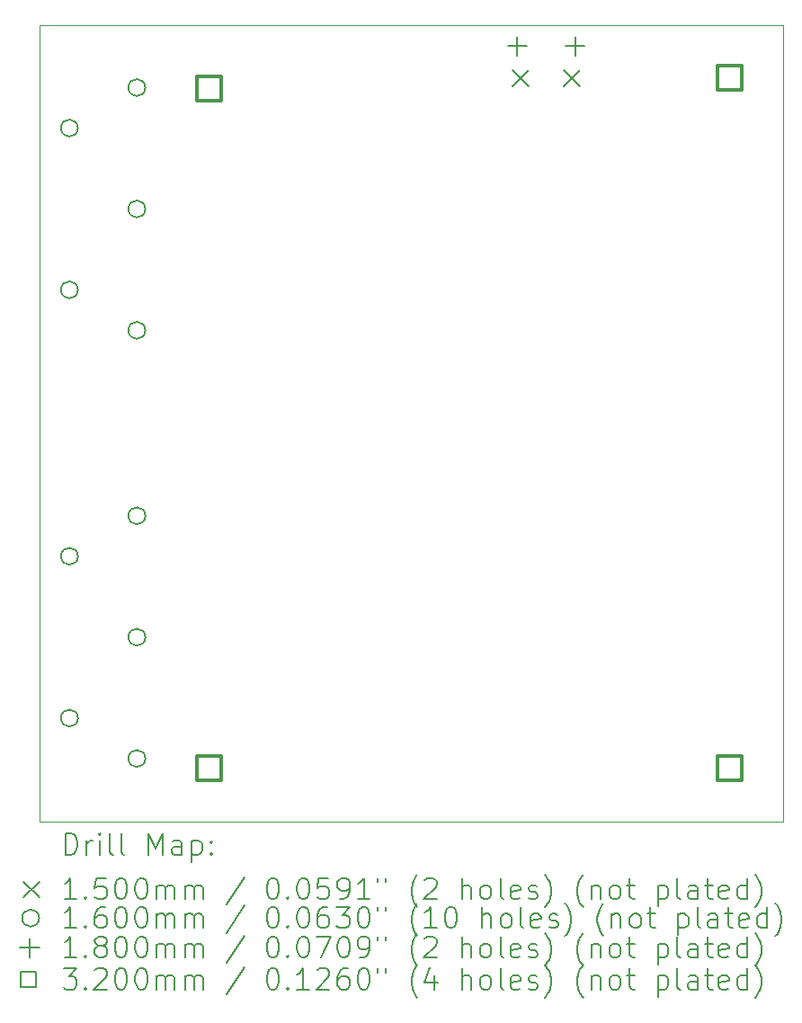
<source format=gbr>
%TF.GenerationSoftware,KiCad,Pcbnew,7.0.1-3b83917a11~172~ubuntu22.04.1*%
%TF.CreationDate,2023-03-24T23:58:00+01:00*%
%TF.ProjectId,door_if3_usb,646f6f72-5f69-4663-935f-7573622e6b69,rev?*%
%TF.SameCoordinates,Original*%
%TF.FileFunction,Drillmap*%
%TF.FilePolarity,Positive*%
%FSLAX45Y45*%
G04 Gerber Fmt 4.5, Leading zero omitted, Abs format (unit mm)*
G04 Created by KiCad (PCBNEW 7.0.1-3b83917a11~172~ubuntu22.04.1) date 2023-03-24 23:58:00*
%MOMM*%
%LPD*%
G01*
G04 APERTURE LIST*
%ADD10C,0.050000*%
%ADD11C,0.200000*%
%ADD12C,0.150000*%
%ADD13C,0.160000*%
%ADD14C,0.180000*%
%ADD15C,0.320000*%
G04 APERTURE END LIST*
D10*
X10800000Y-13800000D02*
X10800000Y-6300000D01*
X17800000Y-13800000D02*
X10800000Y-13800000D01*
X17800000Y-6300000D02*
X17800000Y-13800000D01*
X10800000Y-6300000D02*
X17800000Y-6300000D01*
D11*
D12*
X15255000Y-6728000D02*
X15405000Y-6878000D01*
X15405000Y-6728000D02*
X15255000Y-6878000D01*
X15740000Y-6728000D02*
X15890000Y-6878000D01*
X15890000Y-6728000D02*
X15740000Y-6878000D01*
D13*
X11162500Y-7271500D02*
G75*
G03*
X11162500Y-7271500I-80000J0D01*
G01*
X11162500Y-8795500D02*
G75*
G03*
X11162500Y-8795500I-80000J0D01*
G01*
X11162500Y-11304500D02*
G75*
G03*
X11162500Y-11304500I-80000J0D01*
G01*
X11162500Y-12828500D02*
G75*
G03*
X11162500Y-12828500I-80000J0D01*
G01*
X11797500Y-6890500D02*
G75*
G03*
X11797500Y-6890500I-80000J0D01*
G01*
X11797500Y-8033500D02*
G75*
G03*
X11797500Y-8033500I-80000J0D01*
G01*
X11797500Y-9176500D02*
G75*
G03*
X11797500Y-9176500I-80000J0D01*
G01*
X11797500Y-10923500D02*
G75*
G03*
X11797500Y-10923500I-80000J0D01*
G01*
X11797500Y-12066500D02*
G75*
G03*
X11797500Y-12066500I-80000J0D01*
G01*
X11797500Y-13209500D02*
G75*
G03*
X11797500Y-13209500I-80000J0D01*
G01*
D14*
X15300000Y-6410000D02*
X15300000Y-6590000D01*
X15210000Y-6500000D02*
X15390000Y-6500000D01*
X15845000Y-6410000D02*
X15845000Y-6590000D01*
X15755000Y-6500000D02*
X15935000Y-6500000D01*
D15*
X12513138Y-7013138D02*
X12513138Y-6786862D01*
X12286862Y-6786862D01*
X12286862Y-7013138D01*
X12513138Y-7013138D01*
X12513138Y-13413138D02*
X12513138Y-13186862D01*
X12286862Y-13186862D01*
X12286862Y-13413138D01*
X12513138Y-13413138D01*
X17413138Y-6913138D02*
X17413138Y-6686862D01*
X17186862Y-6686862D01*
X17186862Y-6913138D01*
X17413138Y-6913138D01*
X17413138Y-13413138D02*
X17413138Y-13186862D01*
X17186862Y-13186862D01*
X17186862Y-13413138D01*
X17413138Y-13413138D01*
D11*
X11045119Y-14115024D02*
X11045119Y-13915024D01*
X11045119Y-13915024D02*
X11092738Y-13915024D01*
X11092738Y-13915024D02*
X11121310Y-13924548D01*
X11121310Y-13924548D02*
X11140357Y-13943595D01*
X11140357Y-13943595D02*
X11149881Y-13962643D01*
X11149881Y-13962643D02*
X11159405Y-14000738D01*
X11159405Y-14000738D02*
X11159405Y-14029309D01*
X11159405Y-14029309D02*
X11149881Y-14067405D01*
X11149881Y-14067405D02*
X11140357Y-14086452D01*
X11140357Y-14086452D02*
X11121310Y-14105500D01*
X11121310Y-14105500D02*
X11092738Y-14115024D01*
X11092738Y-14115024D02*
X11045119Y-14115024D01*
X11245119Y-14115024D02*
X11245119Y-13981690D01*
X11245119Y-14019786D02*
X11254643Y-14000738D01*
X11254643Y-14000738D02*
X11264167Y-13991214D01*
X11264167Y-13991214D02*
X11283214Y-13981690D01*
X11283214Y-13981690D02*
X11302262Y-13981690D01*
X11368928Y-14115024D02*
X11368928Y-13981690D01*
X11368928Y-13915024D02*
X11359405Y-13924548D01*
X11359405Y-13924548D02*
X11368928Y-13934071D01*
X11368928Y-13934071D02*
X11378452Y-13924548D01*
X11378452Y-13924548D02*
X11368928Y-13915024D01*
X11368928Y-13915024D02*
X11368928Y-13934071D01*
X11492738Y-14115024D02*
X11473690Y-14105500D01*
X11473690Y-14105500D02*
X11464167Y-14086452D01*
X11464167Y-14086452D02*
X11464167Y-13915024D01*
X11597500Y-14115024D02*
X11578452Y-14105500D01*
X11578452Y-14105500D02*
X11568928Y-14086452D01*
X11568928Y-14086452D02*
X11568928Y-13915024D01*
X11826071Y-14115024D02*
X11826071Y-13915024D01*
X11826071Y-13915024D02*
X11892738Y-14057881D01*
X11892738Y-14057881D02*
X11959405Y-13915024D01*
X11959405Y-13915024D02*
X11959405Y-14115024D01*
X12140357Y-14115024D02*
X12140357Y-14010262D01*
X12140357Y-14010262D02*
X12130833Y-13991214D01*
X12130833Y-13991214D02*
X12111786Y-13981690D01*
X12111786Y-13981690D02*
X12073690Y-13981690D01*
X12073690Y-13981690D02*
X12054643Y-13991214D01*
X12140357Y-14105500D02*
X12121309Y-14115024D01*
X12121309Y-14115024D02*
X12073690Y-14115024D01*
X12073690Y-14115024D02*
X12054643Y-14105500D01*
X12054643Y-14105500D02*
X12045119Y-14086452D01*
X12045119Y-14086452D02*
X12045119Y-14067405D01*
X12045119Y-14067405D02*
X12054643Y-14048357D01*
X12054643Y-14048357D02*
X12073690Y-14038833D01*
X12073690Y-14038833D02*
X12121309Y-14038833D01*
X12121309Y-14038833D02*
X12140357Y-14029309D01*
X12235595Y-13981690D02*
X12235595Y-14181690D01*
X12235595Y-13991214D02*
X12254643Y-13981690D01*
X12254643Y-13981690D02*
X12292738Y-13981690D01*
X12292738Y-13981690D02*
X12311786Y-13991214D01*
X12311786Y-13991214D02*
X12321309Y-14000738D01*
X12321309Y-14000738D02*
X12330833Y-14019786D01*
X12330833Y-14019786D02*
X12330833Y-14076928D01*
X12330833Y-14076928D02*
X12321309Y-14095976D01*
X12321309Y-14095976D02*
X12311786Y-14105500D01*
X12311786Y-14105500D02*
X12292738Y-14115024D01*
X12292738Y-14115024D02*
X12254643Y-14115024D01*
X12254643Y-14115024D02*
X12235595Y-14105500D01*
X12416548Y-14095976D02*
X12426071Y-14105500D01*
X12426071Y-14105500D02*
X12416548Y-14115024D01*
X12416548Y-14115024D02*
X12407024Y-14105500D01*
X12407024Y-14105500D02*
X12416548Y-14095976D01*
X12416548Y-14095976D02*
X12416548Y-14115024D01*
X12416548Y-13991214D02*
X12426071Y-14000738D01*
X12426071Y-14000738D02*
X12416548Y-14010262D01*
X12416548Y-14010262D02*
X12407024Y-14000738D01*
X12407024Y-14000738D02*
X12416548Y-13991214D01*
X12416548Y-13991214D02*
X12416548Y-14010262D01*
D12*
X10647500Y-14367500D02*
X10797500Y-14517500D01*
X10797500Y-14367500D02*
X10647500Y-14517500D01*
D11*
X11149881Y-14535024D02*
X11035595Y-14535024D01*
X11092738Y-14535024D02*
X11092738Y-14335024D01*
X11092738Y-14335024D02*
X11073690Y-14363595D01*
X11073690Y-14363595D02*
X11054643Y-14382643D01*
X11054643Y-14382643D02*
X11035595Y-14392167D01*
X11235595Y-14515976D02*
X11245119Y-14525500D01*
X11245119Y-14525500D02*
X11235595Y-14535024D01*
X11235595Y-14535024D02*
X11226071Y-14525500D01*
X11226071Y-14525500D02*
X11235595Y-14515976D01*
X11235595Y-14515976D02*
X11235595Y-14535024D01*
X11426071Y-14335024D02*
X11330833Y-14335024D01*
X11330833Y-14335024D02*
X11321309Y-14430262D01*
X11321309Y-14430262D02*
X11330833Y-14420738D01*
X11330833Y-14420738D02*
X11349881Y-14411214D01*
X11349881Y-14411214D02*
X11397500Y-14411214D01*
X11397500Y-14411214D02*
X11416548Y-14420738D01*
X11416548Y-14420738D02*
X11426071Y-14430262D01*
X11426071Y-14430262D02*
X11435595Y-14449309D01*
X11435595Y-14449309D02*
X11435595Y-14496928D01*
X11435595Y-14496928D02*
X11426071Y-14515976D01*
X11426071Y-14515976D02*
X11416548Y-14525500D01*
X11416548Y-14525500D02*
X11397500Y-14535024D01*
X11397500Y-14535024D02*
X11349881Y-14535024D01*
X11349881Y-14535024D02*
X11330833Y-14525500D01*
X11330833Y-14525500D02*
X11321309Y-14515976D01*
X11559405Y-14335024D02*
X11578452Y-14335024D01*
X11578452Y-14335024D02*
X11597500Y-14344548D01*
X11597500Y-14344548D02*
X11607024Y-14354071D01*
X11607024Y-14354071D02*
X11616548Y-14373119D01*
X11616548Y-14373119D02*
X11626071Y-14411214D01*
X11626071Y-14411214D02*
X11626071Y-14458833D01*
X11626071Y-14458833D02*
X11616548Y-14496928D01*
X11616548Y-14496928D02*
X11607024Y-14515976D01*
X11607024Y-14515976D02*
X11597500Y-14525500D01*
X11597500Y-14525500D02*
X11578452Y-14535024D01*
X11578452Y-14535024D02*
X11559405Y-14535024D01*
X11559405Y-14535024D02*
X11540357Y-14525500D01*
X11540357Y-14525500D02*
X11530833Y-14515976D01*
X11530833Y-14515976D02*
X11521309Y-14496928D01*
X11521309Y-14496928D02*
X11511786Y-14458833D01*
X11511786Y-14458833D02*
X11511786Y-14411214D01*
X11511786Y-14411214D02*
X11521309Y-14373119D01*
X11521309Y-14373119D02*
X11530833Y-14354071D01*
X11530833Y-14354071D02*
X11540357Y-14344548D01*
X11540357Y-14344548D02*
X11559405Y-14335024D01*
X11749881Y-14335024D02*
X11768929Y-14335024D01*
X11768929Y-14335024D02*
X11787976Y-14344548D01*
X11787976Y-14344548D02*
X11797500Y-14354071D01*
X11797500Y-14354071D02*
X11807024Y-14373119D01*
X11807024Y-14373119D02*
X11816548Y-14411214D01*
X11816548Y-14411214D02*
X11816548Y-14458833D01*
X11816548Y-14458833D02*
X11807024Y-14496928D01*
X11807024Y-14496928D02*
X11797500Y-14515976D01*
X11797500Y-14515976D02*
X11787976Y-14525500D01*
X11787976Y-14525500D02*
X11768929Y-14535024D01*
X11768929Y-14535024D02*
X11749881Y-14535024D01*
X11749881Y-14535024D02*
X11730833Y-14525500D01*
X11730833Y-14525500D02*
X11721309Y-14515976D01*
X11721309Y-14515976D02*
X11711786Y-14496928D01*
X11711786Y-14496928D02*
X11702262Y-14458833D01*
X11702262Y-14458833D02*
X11702262Y-14411214D01*
X11702262Y-14411214D02*
X11711786Y-14373119D01*
X11711786Y-14373119D02*
X11721309Y-14354071D01*
X11721309Y-14354071D02*
X11730833Y-14344548D01*
X11730833Y-14344548D02*
X11749881Y-14335024D01*
X11902262Y-14535024D02*
X11902262Y-14401690D01*
X11902262Y-14420738D02*
X11911786Y-14411214D01*
X11911786Y-14411214D02*
X11930833Y-14401690D01*
X11930833Y-14401690D02*
X11959405Y-14401690D01*
X11959405Y-14401690D02*
X11978452Y-14411214D01*
X11978452Y-14411214D02*
X11987976Y-14430262D01*
X11987976Y-14430262D02*
X11987976Y-14535024D01*
X11987976Y-14430262D02*
X11997500Y-14411214D01*
X11997500Y-14411214D02*
X12016548Y-14401690D01*
X12016548Y-14401690D02*
X12045119Y-14401690D01*
X12045119Y-14401690D02*
X12064167Y-14411214D01*
X12064167Y-14411214D02*
X12073690Y-14430262D01*
X12073690Y-14430262D02*
X12073690Y-14535024D01*
X12168929Y-14535024D02*
X12168929Y-14401690D01*
X12168929Y-14420738D02*
X12178452Y-14411214D01*
X12178452Y-14411214D02*
X12197500Y-14401690D01*
X12197500Y-14401690D02*
X12226071Y-14401690D01*
X12226071Y-14401690D02*
X12245119Y-14411214D01*
X12245119Y-14411214D02*
X12254643Y-14430262D01*
X12254643Y-14430262D02*
X12254643Y-14535024D01*
X12254643Y-14430262D02*
X12264167Y-14411214D01*
X12264167Y-14411214D02*
X12283214Y-14401690D01*
X12283214Y-14401690D02*
X12311786Y-14401690D01*
X12311786Y-14401690D02*
X12330833Y-14411214D01*
X12330833Y-14411214D02*
X12340357Y-14430262D01*
X12340357Y-14430262D02*
X12340357Y-14535024D01*
X12730833Y-14325500D02*
X12559405Y-14582643D01*
X12987976Y-14335024D02*
X13007024Y-14335024D01*
X13007024Y-14335024D02*
X13026072Y-14344548D01*
X13026072Y-14344548D02*
X13035595Y-14354071D01*
X13035595Y-14354071D02*
X13045119Y-14373119D01*
X13045119Y-14373119D02*
X13054643Y-14411214D01*
X13054643Y-14411214D02*
X13054643Y-14458833D01*
X13054643Y-14458833D02*
X13045119Y-14496928D01*
X13045119Y-14496928D02*
X13035595Y-14515976D01*
X13035595Y-14515976D02*
X13026072Y-14525500D01*
X13026072Y-14525500D02*
X13007024Y-14535024D01*
X13007024Y-14535024D02*
X12987976Y-14535024D01*
X12987976Y-14535024D02*
X12968929Y-14525500D01*
X12968929Y-14525500D02*
X12959405Y-14515976D01*
X12959405Y-14515976D02*
X12949881Y-14496928D01*
X12949881Y-14496928D02*
X12940357Y-14458833D01*
X12940357Y-14458833D02*
X12940357Y-14411214D01*
X12940357Y-14411214D02*
X12949881Y-14373119D01*
X12949881Y-14373119D02*
X12959405Y-14354071D01*
X12959405Y-14354071D02*
X12968929Y-14344548D01*
X12968929Y-14344548D02*
X12987976Y-14335024D01*
X13140357Y-14515976D02*
X13149881Y-14525500D01*
X13149881Y-14525500D02*
X13140357Y-14535024D01*
X13140357Y-14535024D02*
X13130833Y-14525500D01*
X13130833Y-14525500D02*
X13140357Y-14515976D01*
X13140357Y-14515976D02*
X13140357Y-14535024D01*
X13273691Y-14335024D02*
X13292738Y-14335024D01*
X13292738Y-14335024D02*
X13311786Y-14344548D01*
X13311786Y-14344548D02*
X13321310Y-14354071D01*
X13321310Y-14354071D02*
X13330833Y-14373119D01*
X13330833Y-14373119D02*
X13340357Y-14411214D01*
X13340357Y-14411214D02*
X13340357Y-14458833D01*
X13340357Y-14458833D02*
X13330833Y-14496928D01*
X13330833Y-14496928D02*
X13321310Y-14515976D01*
X13321310Y-14515976D02*
X13311786Y-14525500D01*
X13311786Y-14525500D02*
X13292738Y-14535024D01*
X13292738Y-14535024D02*
X13273691Y-14535024D01*
X13273691Y-14535024D02*
X13254643Y-14525500D01*
X13254643Y-14525500D02*
X13245119Y-14515976D01*
X13245119Y-14515976D02*
X13235595Y-14496928D01*
X13235595Y-14496928D02*
X13226072Y-14458833D01*
X13226072Y-14458833D02*
X13226072Y-14411214D01*
X13226072Y-14411214D02*
X13235595Y-14373119D01*
X13235595Y-14373119D02*
X13245119Y-14354071D01*
X13245119Y-14354071D02*
X13254643Y-14344548D01*
X13254643Y-14344548D02*
X13273691Y-14335024D01*
X13521310Y-14335024D02*
X13426072Y-14335024D01*
X13426072Y-14335024D02*
X13416548Y-14430262D01*
X13416548Y-14430262D02*
X13426072Y-14420738D01*
X13426072Y-14420738D02*
X13445119Y-14411214D01*
X13445119Y-14411214D02*
X13492738Y-14411214D01*
X13492738Y-14411214D02*
X13511786Y-14420738D01*
X13511786Y-14420738D02*
X13521310Y-14430262D01*
X13521310Y-14430262D02*
X13530833Y-14449309D01*
X13530833Y-14449309D02*
X13530833Y-14496928D01*
X13530833Y-14496928D02*
X13521310Y-14515976D01*
X13521310Y-14515976D02*
X13511786Y-14525500D01*
X13511786Y-14525500D02*
X13492738Y-14535024D01*
X13492738Y-14535024D02*
X13445119Y-14535024D01*
X13445119Y-14535024D02*
X13426072Y-14525500D01*
X13426072Y-14525500D02*
X13416548Y-14515976D01*
X13626072Y-14535024D02*
X13664167Y-14535024D01*
X13664167Y-14535024D02*
X13683214Y-14525500D01*
X13683214Y-14525500D02*
X13692738Y-14515976D01*
X13692738Y-14515976D02*
X13711786Y-14487405D01*
X13711786Y-14487405D02*
X13721310Y-14449309D01*
X13721310Y-14449309D02*
X13721310Y-14373119D01*
X13721310Y-14373119D02*
X13711786Y-14354071D01*
X13711786Y-14354071D02*
X13702262Y-14344548D01*
X13702262Y-14344548D02*
X13683214Y-14335024D01*
X13683214Y-14335024D02*
X13645119Y-14335024D01*
X13645119Y-14335024D02*
X13626072Y-14344548D01*
X13626072Y-14344548D02*
X13616548Y-14354071D01*
X13616548Y-14354071D02*
X13607024Y-14373119D01*
X13607024Y-14373119D02*
X13607024Y-14420738D01*
X13607024Y-14420738D02*
X13616548Y-14439786D01*
X13616548Y-14439786D02*
X13626072Y-14449309D01*
X13626072Y-14449309D02*
X13645119Y-14458833D01*
X13645119Y-14458833D02*
X13683214Y-14458833D01*
X13683214Y-14458833D02*
X13702262Y-14449309D01*
X13702262Y-14449309D02*
X13711786Y-14439786D01*
X13711786Y-14439786D02*
X13721310Y-14420738D01*
X13911786Y-14535024D02*
X13797500Y-14535024D01*
X13854643Y-14535024D02*
X13854643Y-14335024D01*
X13854643Y-14335024D02*
X13835595Y-14363595D01*
X13835595Y-14363595D02*
X13816548Y-14382643D01*
X13816548Y-14382643D02*
X13797500Y-14392167D01*
X13987976Y-14335024D02*
X13987976Y-14373119D01*
X14064167Y-14335024D02*
X14064167Y-14373119D01*
X14359405Y-14611214D02*
X14349881Y-14601690D01*
X14349881Y-14601690D02*
X14330834Y-14573119D01*
X14330834Y-14573119D02*
X14321310Y-14554071D01*
X14321310Y-14554071D02*
X14311786Y-14525500D01*
X14311786Y-14525500D02*
X14302262Y-14477881D01*
X14302262Y-14477881D02*
X14302262Y-14439786D01*
X14302262Y-14439786D02*
X14311786Y-14392167D01*
X14311786Y-14392167D02*
X14321310Y-14363595D01*
X14321310Y-14363595D02*
X14330834Y-14344548D01*
X14330834Y-14344548D02*
X14349881Y-14315976D01*
X14349881Y-14315976D02*
X14359405Y-14306452D01*
X14426072Y-14354071D02*
X14435595Y-14344548D01*
X14435595Y-14344548D02*
X14454643Y-14335024D01*
X14454643Y-14335024D02*
X14502262Y-14335024D01*
X14502262Y-14335024D02*
X14521310Y-14344548D01*
X14521310Y-14344548D02*
X14530834Y-14354071D01*
X14530834Y-14354071D02*
X14540357Y-14373119D01*
X14540357Y-14373119D02*
X14540357Y-14392167D01*
X14540357Y-14392167D02*
X14530834Y-14420738D01*
X14530834Y-14420738D02*
X14416548Y-14535024D01*
X14416548Y-14535024D02*
X14540357Y-14535024D01*
X14778453Y-14535024D02*
X14778453Y-14335024D01*
X14864167Y-14535024D02*
X14864167Y-14430262D01*
X14864167Y-14430262D02*
X14854643Y-14411214D01*
X14854643Y-14411214D02*
X14835596Y-14401690D01*
X14835596Y-14401690D02*
X14807024Y-14401690D01*
X14807024Y-14401690D02*
X14787976Y-14411214D01*
X14787976Y-14411214D02*
X14778453Y-14420738D01*
X14987976Y-14535024D02*
X14968929Y-14525500D01*
X14968929Y-14525500D02*
X14959405Y-14515976D01*
X14959405Y-14515976D02*
X14949881Y-14496928D01*
X14949881Y-14496928D02*
X14949881Y-14439786D01*
X14949881Y-14439786D02*
X14959405Y-14420738D01*
X14959405Y-14420738D02*
X14968929Y-14411214D01*
X14968929Y-14411214D02*
X14987976Y-14401690D01*
X14987976Y-14401690D02*
X15016548Y-14401690D01*
X15016548Y-14401690D02*
X15035596Y-14411214D01*
X15035596Y-14411214D02*
X15045119Y-14420738D01*
X15045119Y-14420738D02*
X15054643Y-14439786D01*
X15054643Y-14439786D02*
X15054643Y-14496928D01*
X15054643Y-14496928D02*
X15045119Y-14515976D01*
X15045119Y-14515976D02*
X15035596Y-14525500D01*
X15035596Y-14525500D02*
X15016548Y-14535024D01*
X15016548Y-14535024D02*
X14987976Y-14535024D01*
X15168929Y-14535024D02*
X15149881Y-14525500D01*
X15149881Y-14525500D02*
X15140357Y-14506452D01*
X15140357Y-14506452D02*
X15140357Y-14335024D01*
X15321310Y-14525500D02*
X15302262Y-14535024D01*
X15302262Y-14535024D02*
X15264167Y-14535024D01*
X15264167Y-14535024D02*
X15245119Y-14525500D01*
X15245119Y-14525500D02*
X15235596Y-14506452D01*
X15235596Y-14506452D02*
X15235596Y-14430262D01*
X15235596Y-14430262D02*
X15245119Y-14411214D01*
X15245119Y-14411214D02*
X15264167Y-14401690D01*
X15264167Y-14401690D02*
X15302262Y-14401690D01*
X15302262Y-14401690D02*
X15321310Y-14411214D01*
X15321310Y-14411214D02*
X15330834Y-14430262D01*
X15330834Y-14430262D02*
X15330834Y-14449309D01*
X15330834Y-14449309D02*
X15235596Y-14468357D01*
X15407024Y-14525500D02*
X15426072Y-14535024D01*
X15426072Y-14535024D02*
X15464167Y-14535024D01*
X15464167Y-14535024D02*
X15483215Y-14525500D01*
X15483215Y-14525500D02*
X15492738Y-14506452D01*
X15492738Y-14506452D02*
X15492738Y-14496928D01*
X15492738Y-14496928D02*
X15483215Y-14477881D01*
X15483215Y-14477881D02*
X15464167Y-14468357D01*
X15464167Y-14468357D02*
X15435596Y-14468357D01*
X15435596Y-14468357D02*
X15416548Y-14458833D01*
X15416548Y-14458833D02*
X15407024Y-14439786D01*
X15407024Y-14439786D02*
X15407024Y-14430262D01*
X15407024Y-14430262D02*
X15416548Y-14411214D01*
X15416548Y-14411214D02*
X15435596Y-14401690D01*
X15435596Y-14401690D02*
X15464167Y-14401690D01*
X15464167Y-14401690D02*
X15483215Y-14411214D01*
X15559405Y-14611214D02*
X15568929Y-14601690D01*
X15568929Y-14601690D02*
X15587977Y-14573119D01*
X15587977Y-14573119D02*
X15597500Y-14554071D01*
X15597500Y-14554071D02*
X15607024Y-14525500D01*
X15607024Y-14525500D02*
X15616548Y-14477881D01*
X15616548Y-14477881D02*
X15616548Y-14439786D01*
X15616548Y-14439786D02*
X15607024Y-14392167D01*
X15607024Y-14392167D02*
X15597500Y-14363595D01*
X15597500Y-14363595D02*
X15587977Y-14344548D01*
X15587977Y-14344548D02*
X15568929Y-14315976D01*
X15568929Y-14315976D02*
X15559405Y-14306452D01*
X15921310Y-14611214D02*
X15911786Y-14601690D01*
X15911786Y-14601690D02*
X15892738Y-14573119D01*
X15892738Y-14573119D02*
X15883215Y-14554071D01*
X15883215Y-14554071D02*
X15873691Y-14525500D01*
X15873691Y-14525500D02*
X15864167Y-14477881D01*
X15864167Y-14477881D02*
X15864167Y-14439786D01*
X15864167Y-14439786D02*
X15873691Y-14392167D01*
X15873691Y-14392167D02*
X15883215Y-14363595D01*
X15883215Y-14363595D02*
X15892738Y-14344548D01*
X15892738Y-14344548D02*
X15911786Y-14315976D01*
X15911786Y-14315976D02*
X15921310Y-14306452D01*
X15997500Y-14401690D02*
X15997500Y-14535024D01*
X15997500Y-14420738D02*
X16007024Y-14411214D01*
X16007024Y-14411214D02*
X16026072Y-14401690D01*
X16026072Y-14401690D02*
X16054643Y-14401690D01*
X16054643Y-14401690D02*
X16073691Y-14411214D01*
X16073691Y-14411214D02*
X16083215Y-14430262D01*
X16083215Y-14430262D02*
X16083215Y-14535024D01*
X16207024Y-14535024D02*
X16187977Y-14525500D01*
X16187977Y-14525500D02*
X16178453Y-14515976D01*
X16178453Y-14515976D02*
X16168929Y-14496928D01*
X16168929Y-14496928D02*
X16168929Y-14439786D01*
X16168929Y-14439786D02*
X16178453Y-14420738D01*
X16178453Y-14420738D02*
X16187977Y-14411214D01*
X16187977Y-14411214D02*
X16207024Y-14401690D01*
X16207024Y-14401690D02*
X16235596Y-14401690D01*
X16235596Y-14401690D02*
X16254643Y-14411214D01*
X16254643Y-14411214D02*
X16264167Y-14420738D01*
X16264167Y-14420738D02*
X16273691Y-14439786D01*
X16273691Y-14439786D02*
X16273691Y-14496928D01*
X16273691Y-14496928D02*
X16264167Y-14515976D01*
X16264167Y-14515976D02*
X16254643Y-14525500D01*
X16254643Y-14525500D02*
X16235596Y-14535024D01*
X16235596Y-14535024D02*
X16207024Y-14535024D01*
X16330834Y-14401690D02*
X16407024Y-14401690D01*
X16359405Y-14335024D02*
X16359405Y-14506452D01*
X16359405Y-14506452D02*
X16368929Y-14525500D01*
X16368929Y-14525500D02*
X16387977Y-14535024D01*
X16387977Y-14535024D02*
X16407024Y-14535024D01*
X16626072Y-14401690D02*
X16626072Y-14601690D01*
X16626072Y-14411214D02*
X16645119Y-14401690D01*
X16645119Y-14401690D02*
X16683215Y-14401690D01*
X16683215Y-14401690D02*
X16702262Y-14411214D01*
X16702262Y-14411214D02*
X16711786Y-14420738D01*
X16711786Y-14420738D02*
X16721310Y-14439786D01*
X16721310Y-14439786D02*
X16721310Y-14496928D01*
X16721310Y-14496928D02*
X16711786Y-14515976D01*
X16711786Y-14515976D02*
X16702262Y-14525500D01*
X16702262Y-14525500D02*
X16683215Y-14535024D01*
X16683215Y-14535024D02*
X16645119Y-14535024D01*
X16645119Y-14535024D02*
X16626072Y-14525500D01*
X16835596Y-14535024D02*
X16816548Y-14525500D01*
X16816548Y-14525500D02*
X16807024Y-14506452D01*
X16807024Y-14506452D02*
X16807024Y-14335024D01*
X16997501Y-14535024D02*
X16997501Y-14430262D01*
X16997501Y-14430262D02*
X16987977Y-14411214D01*
X16987977Y-14411214D02*
X16968929Y-14401690D01*
X16968929Y-14401690D02*
X16930834Y-14401690D01*
X16930834Y-14401690D02*
X16911786Y-14411214D01*
X16997501Y-14525500D02*
X16978453Y-14535024D01*
X16978453Y-14535024D02*
X16930834Y-14535024D01*
X16930834Y-14535024D02*
X16911786Y-14525500D01*
X16911786Y-14525500D02*
X16902262Y-14506452D01*
X16902262Y-14506452D02*
X16902262Y-14487405D01*
X16902262Y-14487405D02*
X16911786Y-14468357D01*
X16911786Y-14468357D02*
X16930834Y-14458833D01*
X16930834Y-14458833D02*
X16978453Y-14458833D01*
X16978453Y-14458833D02*
X16997501Y-14449309D01*
X17064167Y-14401690D02*
X17140358Y-14401690D01*
X17092739Y-14335024D02*
X17092739Y-14506452D01*
X17092739Y-14506452D02*
X17102262Y-14525500D01*
X17102262Y-14525500D02*
X17121310Y-14535024D01*
X17121310Y-14535024D02*
X17140358Y-14535024D01*
X17283215Y-14525500D02*
X17264167Y-14535024D01*
X17264167Y-14535024D02*
X17226072Y-14535024D01*
X17226072Y-14535024D02*
X17207024Y-14525500D01*
X17207024Y-14525500D02*
X17197501Y-14506452D01*
X17197501Y-14506452D02*
X17197501Y-14430262D01*
X17197501Y-14430262D02*
X17207024Y-14411214D01*
X17207024Y-14411214D02*
X17226072Y-14401690D01*
X17226072Y-14401690D02*
X17264167Y-14401690D01*
X17264167Y-14401690D02*
X17283215Y-14411214D01*
X17283215Y-14411214D02*
X17292739Y-14430262D01*
X17292739Y-14430262D02*
X17292739Y-14449309D01*
X17292739Y-14449309D02*
X17197501Y-14468357D01*
X17464167Y-14535024D02*
X17464167Y-14335024D01*
X17464167Y-14525500D02*
X17445120Y-14535024D01*
X17445120Y-14535024D02*
X17407024Y-14535024D01*
X17407024Y-14535024D02*
X17387977Y-14525500D01*
X17387977Y-14525500D02*
X17378453Y-14515976D01*
X17378453Y-14515976D02*
X17368929Y-14496928D01*
X17368929Y-14496928D02*
X17368929Y-14439786D01*
X17368929Y-14439786D02*
X17378453Y-14420738D01*
X17378453Y-14420738D02*
X17387977Y-14411214D01*
X17387977Y-14411214D02*
X17407024Y-14401690D01*
X17407024Y-14401690D02*
X17445120Y-14401690D01*
X17445120Y-14401690D02*
X17464167Y-14411214D01*
X17540358Y-14611214D02*
X17549882Y-14601690D01*
X17549882Y-14601690D02*
X17568929Y-14573119D01*
X17568929Y-14573119D02*
X17578453Y-14554071D01*
X17578453Y-14554071D02*
X17587977Y-14525500D01*
X17587977Y-14525500D02*
X17597501Y-14477881D01*
X17597501Y-14477881D02*
X17597501Y-14439786D01*
X17597501Y-14439786D02*
X17587977Y-14392167D01*
X17587977Y-14392167D02*
X17578453Y-14363595D01*
X17578453Y-14363595D02*
X17568929Y-14344548D01*
X17568929Y-14344548D02*
X17549882Y-14315976D01*
X17549882Y-14315976D02*
X17540358Y-14306452D01*
D13*
X10797500Y-14712500D02*
G75*
G03*
X10797500Y-14712500I-80000J0D01*
G01*
D11*
X11149881Y-14805024D02*
X11035595Y-14805024D01*
X11092738Y-14805024D02*
X11092738Y-14605024D01*
X11092738Y-14605024D02*
X11073690Y-14633595D01*
X11073690Y-14633595D02*
X11054643Y-14652643D01*
X11054643Y-14652643D02*
X11035595Y-14662167D01*
X11235595Y-14785976D02*
X11245119Y-14795500D01*
X11245119Y-14795500D02*
X11235595Y-14805024D01*
X11235595Y-14805024D02*
X11226071Y-14795500D01*
X11226071Y-14795500D02*
X11235595Y-14785976D01*
X11235595Y-14785976D02*
X11235595Y-14805024D01*
X11416548Y-14605024D02*
X11378452Y-14605024D01*
X11378452Y-14605024D02*
X11359405Y-14614548D01*
X11359405Y-14614548D02*
X11349881Y-14624071D01*
X11349881Y-14624071D02*
X11330833Y-14652643D01*
X11330833Y-14652643D02*
X11321309Y-14690738D01*
X11321309Y-14690738D02*
X11321309Y-14766928D01*
X11321309Y-14766928D02*
X11330833Y-14785976D01*
X11330833Y-14785976D02*
X11340357Y-14795500D01*
X11340357Y-14795500D02*
X11359405Y-14805024D01*
X11359405Y-14805024D02*
X11397500Y-14805024D01*
X11397500Y-14805024D02*
X11416548Y-14795500D01*
X11416548Y-14795500D02*
X11426071Y-14785976D01*
X11426071Y-14785976D02*
X11435595Y-14766928D01*
X11435595Y-14766928D02*
X11435595Y-14719309D01*
X11435595Y-14719309D02*
X11426071Y-14700262D01*
X11426071Y-14700262D02*
X11416548Y-14690738D01*
X11416548Y-14690738D02*
X11397500Y-14681214D01*
X11397500Y-14681214D02*
X11359405Y-14681214D01*
X11359405Y-14681214D02*
X11340357Y-14690738D01*
X11340357Y-14690738D02*
X11330833Y-14700262D01*
X11330833Y-14700262D02*
X11321309Y-14719309D01*
X11559405Y-14605024D02*
X11578452Y-14605024D01*
X11578452Y-14605024D02*
X11597500Y-14614548D01*
X11597500Y-14614548D02*
X11607024Y-14624071D01*
X11607024Y-14624071D02*
X11616548Y-14643119D01*
X11616548Y-14643119D02*
X11626071Y-14681214D01*
X11626071Y-14681214D02*
X11626071Y-14728833D01*
X11626071Y-14728833D02*
X11616548Y-14766928D01*
X11616548Y-14766928D02*
X11607024Y-14785976D01*
X11607024Y-14785976D02*
X11597500Y-14795500D01*
X11597500Y-14795500D02*
X11578452Y-14805024D01*
X11578452Y-14805024D02*
X11559405Y-14805024D01*
X11559405Y-14805024D02*
X11540357Y-14795500D01*
X11540357Y-14795500D02*
X11530833Y-14785976D01*
X11530833Y-14785976D02*
X11521309Y-14766928D01*
X11521309Y-14766928D02*
X11511786Y-14728833D01*
X11511786Y-14728833D02*
X11511786Y-14681214D01*
X11511786Y-14681214D02*
X11521309Y-14643119D01*
X11521309Y-14643119D02*
X11530833Y-14624071D01*
X11530833Y-14624071D02*
X11540357Y-14614548D01*
X11540357Y-14614548D02*
X11559405Y-14605024D01*
X11749881Y-14605024D02*
X11768929Y-14605024D01*
X11768929Y-14605024D02*
X11787976Y-14614548D01*
X11787976Y-14614548D02*
X11797500Y-14624071D01*
X11797500Y-14624071D02*
X11807024Y-14643119D01*
X11807024Y-14643119D02*
X11816548Y-14681214D01*
X11816548Y-14681214D02*
X11816548Y-14728833D01*
X11816548Y-14728833D02*
X11807024Y-14766928D01*
X11807024Y-14766928D02*
X11797500Y-14785976D01*
X11797500Y-14785976D02*
X11787976Y-14795500D01*
X11787976Y-14795500D02*
X11768929Y-14805024D01*
X11768929Y-14805024D02*
X11749881Y-14805024D01*
X11749881Y-14805024D02*
X11730833Y-14795500D01*
X11730833Y-14795500D02*
X11721309Y-14785976D01*
X11721309Y-14785976D02*
X11711786Y-14766928D01*
X11711786Y-14766928D02*
X11702262Y-14728833D01*
X11702262Y-14728833D02*
X11702262Y-14681214D01*
X11702262Y-14681214D02*
X11711786Y-14643119D01*
X11711786Y-14643119D02*
X11721309Y-14624071D01*
X11721309Y-14624071D02*
X11730833Y-14614548D01*
X11730833Y-14614548D02*
X11749881Y-14605024D01*
X11902262Y-14805024D02*
X11902262Y-14671690D01*
X11902262Y-14690738D02*
X11911786Y-14681214D01*
X11911786Y-14681214D02*
X11930833Y-14671690D01*
X11930833Y-14671690D02*
X11959405Y-14671690D01*
X11959405Y-14671690D02*
X11978452Y-14681214D01*
X11978452Y-14681214D02*
X11987976Y-14700262D01*
X11987976Y-14700262D02*
X11987976Y-14805024D01*
X11987976Y-14700262D02*
X11997500Y-14681214D01*
X11997500Y-14681214D02*
X12016548Y-14671690D01*
X12016548Y-14671690D02*
X12045119Y-14671690D01*
X12045119Y-14671690D02*
X12064167Y-14681214D01*
X12064167Y-14681214D02*
X12073690Y-14700262D01*
X12073690Y-14700262D02*
X12073690Y-14805024D01*
X12168929Y-14805024D02*
X12168929Y-14671690D01*
X12168929Y-14690738D02*
X12178452Y-14681214D01*
X12178452Y-14681214D02*
X12197500Y-14671690D01*
X12197500Y-14671690D02*
X12226071Y-14671690D01*
X12226071Y-14671690D02*
X12245119Y-14681214D01*
X12245119Y-14681214D02*
X12254643Y-14700262D01*
X12254643Y-14700262D02*
X12254643Y-14805024D01*
X12254643Y-14700262D02*
X12264167Y-14681214D01*
X12264167Y-14681214D02*
X12283214Y-14671690D01*
X12283214Y-14671690D02*
X12311786Y-14671690D01*
X12311786Y-14671690D02*
X12330833Y-14681214D01*
X12330833Y-14681214D02*
X12340357Y-14700262D01*
X12340357Y-14700262D02*
X12340357Y-14805024D01*
X12730833Y-14595500D02*
X12559405Y-14852643D01*
X12987976Y-14605024D02*
X13007024Y-14605024D01*
X13007024Y-14605024D02*
X13026072Y-14614548D01*
X13026072Y-14614548D02*
X13035595Y-14624071D01*
X13035595Y-14624071D02*
X13045119Y-14643119D01*
X13045119Y-14643119D02*
X13054643Y-14681214D01*
X13054643Y-14681214D02*
X13054643Y-14728833D01*
X13054643Y-14728833D02*
X13045119Y-14766928D01*
X13045119Y-14766928D02*
X13035595Y-14785976D01*
X13035595Y-14785976D02*
X13026072Y-14795500D01*
X13026072Y-14795500D02*
X13007024Y-14805024D01*
X13007024Y-14805024D02*
X12987976Y-14805024D01*
X12987976Y-14805024D02*
X12968929Y-14795500D01*
X12968929Y-14795500D02*
X12959405Y-14785976D01*
X12959405Y-14785976D02*
X12949881Y-14766928D01*
X12949881Y-14766928D02*
X12940357Y-14728833D01*
X12940357Y-14728833D02*
X12940357Y-14681214D01*
X12940357Y-14681214D02*
X12949881Y-14643119D01*
X12949881Y-14643119D02*
X12959405Y-14624071D01*
X12959405Y-14624071D02*
X12968929Y-14614548D01*
X12968929Y-14614548D02*
X12987976Y-14605024D01*
X13140357Y-14785976D02*
X13149881Y-14795500D01*
X13149881Y-14795500D02*
X13140357Y-14805024D01*
X13140357Y-14805024D02*
X13130833Y-14795500D01*
X13130833Y-14795500D02*
X13140357Y-14785976D01*
X13140357Y-14785976D02*
X13140357Y-14805024D01*
X13273691Y-14605024D02*
X13292738Y-14605024D01*
X13292738Y-14605024D02*
X13311786Y-14614548D01*
X13311786Y-14614548D02*
X13321310Y-14624071D01*
X13321310Y-14624071D02*
X13330833Y-14643119D01*
X13330833Y-14643119D02*
X13340357Y-14681214D01*
X13340357Y-14681214D02*
X13340357Y-14728833D01*
X13340357Y-14728833D02*
X13330833Y-14766928D01*
X13330833Y-14766928D02*
X13321310Y-14785976D01*
X13321310Y-14785976D02*
X13311786Y-14795500D01*
X13311786Y-14795500D02*
X13292738Y-14805024D01*
X13292738Y-14805024D02*
X13273691Y-14805024D01*
X13273691Y-14805024D02*
X13254643Y-14795500D01*
X13254643Y-14795500D02*
X13245119Y-14785976D01*
X13245119Y-14785976D02*
X13235595Y-14766928D01*
X13235595Y-14766928D02*
X13226072Y-14728833D01*
X13226072Y-14728833D02*
X13226072Y-14681214D01*
X13226072Y-14681214D02*
X13235595Y-14643119D01*
X13235595Y-14643119D02*
X13245119Y-14624071D01*
X13245119Y-14624071D02*
X13254643Y-14614548D01*
X13254643Y-14614548D02*
X13273691Y-14605024D01*
X13511786Y-14605024D02*
X13473691Y-14605024D01*
X13473691Y-14605024D02*
X13454643Y-14614548D01*
X13454643Y-14614548D02*
X13445119Y-14624071D01*
X13445119Y-14624071D02*
X13426072Y-14652643D01*
X13426072Y-14652643D02*
X13416548Y-14690738D01*
X13416548Y-14690738D02*
X13416548Y-14766928D01*
X13416548Y-14766928D02*
X13426072Y-14785976D01*
X13426072Y-14785976D02*
X13435595Y-14795500D01*
X13435595Y-14795500D02*
X13454643Y-14805024D01*
X13454643Y-14805024D02*
X13492738Y-14805024D01*
X13492738Y-14805024D02*
X13511786Y-14795500D01*
X13511786Y-14795500D02*
X13521310Y-14785976D01*
X13521310Y-14785976D02*
X13530833Y-14766928D01*
X13530833Y-14766928D02*
X13530833Y-14719309D01*
X13530833Y-14719309D02*
X13521310Y-14700262D01*
X13521310Y-14700262D02*
X13511786Y-14690738D01*
X13511786Y-14690738D02*
X13492738Y-14681214D01*
X13492738Y-14681214D02*
X13454643Y-14681214D01*
X13454643Y-14681214D02*
X13435595Y-14690738D01*
X13435595Y-14690738D02*
X13426072Y-14700262D01*
X13426072Y-14700262D02*
X13416548Y-14719309D01*
X13597500Y-14605024D02*
X13721310Y-14605024D01*
X13721310Y-14605024D02*
X13654643Y-14681214D01*
X13654643Y-14681214D02*
X13683214Y-14681214D01*
X13683214Y-14681214D02*
X13702262Y-14690738D01*
X13702262Y-14690738D02*
X13711786Y-14700262D01*
X13711786Y-14700262D02*
X13721310Y-14719309D01*
X13721310Y-14719309D02*
X13721310Y-14766928D01*
X13721310Y-14766928D02*
X13711786Y-14785976D01*
X13711786Y-14785976D02*
X13702262Y-14795500D01*
X13702262Y-14795500D02*
X13683214Y-14805024D01*
X13683214Y-14805024D02*
X13626072Y-14805024D01*
X13626072Y-14805024D02*
X13607024Y-14795500D01*
X13607024Y-14795500D02*
X13597500Y-14785976D01*
X13845119Y-14605024D02*
X13864167Y-14605024D01*
X13864167Y-14605024D02*
X13883214Y-14614548D01*
X13883214Y-14614548D02*
X13892738Y-14624071D01*
X13892738Y-14624071D02*
X13902262Y-14643119D01*
X13902262Y-14643119D02*
X13911786Y-14681214D01*
X13911786Y-14681214D02*
X13911786Y-14728833D01*
X13911786Y-14728833D02*
X13902262Y-14766928D01*
X13902262Y-14766928D02*
X13892738Y-14785976D01*
X13892738Y-14785976D02*
X13883214Y-14795500D01*
X13883214Y-14795500D02*
X13864167Y-14805024D01*
X13864167Y-14805024D02*
X13845119Y-14805024D01*
X13845119Y-14805024D02*
X13826072Y-14795500D01*
X13826072Y-14795500D02*
X13816548Y-14785976D01*
X13816548Y-14785976D02*
X13807024Y-14766928D01*
X13807024Y-14766928D02*
X13797500Y-14728833D01*
X13797500Y-14728833D02*
X13797500Y-14681214D01*
X13797500Y-14681214D02*
X13807024Y-14643119D01*
X13807024Y-14643119D02*
X13816548Y-14624071D01*
X13816548Y-14624071D02*
X13826072Y-14614548D01*
X13826072Y-14614548D02*
X13845119Y-14605024D01*
X13987976Y-14605024D02*
X13987976Y-14643119D01*
X14064167Y-14605024D02*
X14064167Y-14643119D01*
X14359405Y-14881214D02*
X14349881Y-14871690D01*
X14349881Y-14871690D02*
X14330834Y-14843119D01*
X14330834Y-14843119D02*
X14321310Y-14824071D01*
X14321310Y-14824071D02*
X14311786Y-14795500D01*
X14311786Y-14795500D02*
X14302262Y-14747881D01*
X14302262Y-14747881D02*
X14302262Y-14709786D01*
X14302262Y-14709786D02*
X14311786Y-14662167D01*
X14311786Y-14662167D02*
X14321310Y-14633595D01*
X14321310Y-14633595D02*
X14330834Y-14614548D01*
X14330834Y-14614548D02*
X14349881Y-14585976D01*
X14349881Y-14585976D02*
X14359405Y-14576452D01*
X14540357Y-14805024D02*
X14426072Y-14805024D01*
X14483214Y-14805024D02*
X14483214Y-14605024D01*
X14483214Y-14605024D02*
X14464167Y-14633595D01*
X14464167Y-14633595D02*
X14445119Y-14652643D01*
X14445119Y-14652643D02*
X14426072Y-14662167D01*
X14664167Y-14605024D02*
X14683215Y-14605024D01*
X14683215Y-14605024D02*
X14702262Y-14614548D01*
X14702262Y-14614548D02*
X14711786Y-14624071D01*
X14711786Y-14624071D02*
X14721310Y-14643119D01*
X14721310Y-14643119D02*
X14730834Y-14681214D01*
X14730834Y-14681214D02*
X14730834Y-14728833D01*
X14730834Y-14728833D02*
X14721310Y-14766928D01*
X14721310Y-14766928D02*
X14711786Y-14785976D01*
X14711786Y-14785976D02*
X14702262Y-14795500D01*
X14702262Y-14795500D02*
X14683215Y-14805024D01*
X14683215Y-14805024D02*
X14664167Y-14805024D01*
X14664167Y-14805024D02*
X14645119Y-14795500D01*
X14645119Y-14795500D02*
X14635595Y-14785976D01*
X14635595Y-14785976D02*
X14626072Y-14766928D01*
X14626072Y-14766928D02*
X14616548Y-14728833D01*
X14616548Y-14728833D02*
X14616548Y-14681214D01*
X14616548Y-14681214D02*
X14626072Y-14643119D01*
X14626072Y-14643119D02*
X14635595Y-14624071D01*
X14635595Y-14624071D02*
X14645119Y-14614548D01*
X14645119Y-14614548D02*
X14664167Y-14605024D01*
X14968929Y-14805024D02*
X14968929Y-14605024D01*
X15054643Y-14805024D02*
X15054643Y-14700262D01*
X15054643Y-14700262D02*
X15045119Y-14681214D01*
X15045119Y-14681214D02*
X15026072Y-14671690D01*
X15026072Y-14671690D02*
X14997500Y-14671690D01*
X14997500Y-14671690D02*
X14978453Y-14681214D01*
X14978453Y-14681214D02*
X14968929Y-14690738D01*
X15178453Y-14805024D02*
X15159405Y-14795500D01*
X15159405Y-14795500D02*
X15149881Y-14785976D01*
X15149881Y-14785976D02*
X15140357Y-14766928D01*
X15140357Y-14766928D02*
X15140357Y-14709786D01*
X15140357Y-14709786D02*
X15149881Y-14690738D01*
X15149881Y-14690738D02*
X15159405Y-14681214D01*
X15159405Y-14681214D02*
X15178453Y-14671690D01*
X15178453Y-14671690D02*
X15207024Y-14671690D01*
X15207024Y-14671690D02*
X15226072Y-14681214D01*
X15226072Y-14681214D02*
X15235596Y-14690738D01*
X15235596Y-14690738D02*
X15245119Y-14709786D01*
X15245119Y-14709786D02*
X15245119Y-14766928D01*
X15245119Y-14766928D02*
X15235596Y-14785976D01*
X15235596Y-14785976D02*
X15226072Y-14795500D01*
X15226072Y-14795500D02*
X15207024Y-14805024D01*
X15207024Y-14805024D02*
X15178453Y-14805024D01*
X15359405Y-14805024D02*
X15340357Y-14795500D01*
X15340357Y-14795500D02*
X15330834Y-14776452D01*
X15330834Y-14776452D02*
X15330834Y-14605024D01*
X15511786Y-14795500D02*
X15492738Y-14805024D01*
X15492738Y-14805024D02*
X15454643Y-14805024D01*
X15454643Y-14805024D02*
X15435596Y-14795500D01*
X15435596Y-14795500D02*
X15426072Y-14776452D01*
X15426072Y-14776452D02*
X15426072Y-14700262D01*
X15426072Y-14700262D02*
X15435596Y-14681214D01*
X15435596Y-14681214D02*
X15454643Y-14671690D01*
X15454643Y-14671690D02*
X15492738Y-14671690D01*
X15492738Y-14671690D02*
X15511786Y-14681214D01*
X15511786Y-14681214D02*
X15521310Y-14700262D01*
X15521310Y-14700262D02*
X15521310Y-14719309D01*
X15521310Y-14719309D02*
X15426072Y-14738357D01*
X15597500Y-14795500D02*
X15616548Y-14805024D01*
X15616548Y-14805024D02*
X15654643Y-14805024D01*
X15654643Y-14805024D02*
X15673691Y-14795500D01*
X15673691Y-14795500D02*
X15683215Y-14776452D01*
X15683215Y-14776452D02*
X15683215Y-14766928D01*
X15683215Y-14766928D02*
X15673691Y-14747881D01*
X15673691Y-14747881D02*
X15654643Y-14738357D01*
X15654643Y-14738357D02*
X15626072Y-14738357D01*
X15626072Y-14738357D02*
X15607024Y-14728833D01*
X15607024Y-14728833D02*
X15597500Y-14709786D01*
X15597500Y-14709786D02*
X15597500Y-14700262D01*
X15597500Y-14700262D02*
X15607024Y-14681214D01*
X15607024Y-14681214D02*
X15626072Y-14671690D01*
X15626072Y-14671690D02*
X15654643Y-14671690D01*
X15654643Y-14671690D02*
X15673691Y-14681214D01*
X15749881Y-14881214D02*
X15759405Y-14871690D01*
X15759405Y-14871690D02*
X15778453Y-14843119D01*
X15778453Y-14843119D02*
X15787977Y-14824071D01*
X15787977Y-14824071D02*
X15797500Y-14795500D01*
X15797500Y-14795500D02*
X15807024Y-14747881D01*
X15807024Y-14747881D02*
X15807024Y-14709786D01*
X15807024Y-14709786D02*
X15797500Y-14662167D01*
X15797500Y-14662167D02*
X15787977Y-14633595D01*
X15787977Y-14633595D02*
X15778453Y-14614548D01*
X15778453Y-14614548D02*
X15759405Y-14585976D01*
X15759405Y-14585976D02*
X15749881Y-14576452D01*
X16111786Y-14881214D02*
X16102262Y-14871690D01*
X16102262Y-14871690D02*
X16083215Y-14843119D01*
X16083215Y-14843119D02*
X16073691Y-14824071D01*
X16073691Y-14824071D02*
X16064167Y-14795500D01*
X16064167Y-14795500D02*
X16054643Y-14747881D01*
X16054643Y-14747881D02*
X16054643Y-14709786D01*
X16054643Y-14709786D02*
X16064167Y-14662167D01*
X16064167Y-14662167D02*
X16073691Y-14633595D01*
X16073691Y-14633595D02*
X16083215Y-14614548D01*
X16083215Y-14614548D02*
X16102262Y-14585976D01*
X16102262Y-14585976D02*
X16111786Y-14576452D01*
X16187977Y-14671690D02*
X16187977Y-14805024D01*
X16187977Y-14690738D02*
X16197500Y-14681214D01*
X16197500Y-14681214D02*
X16216548Y-14671690D01*
X16216548Y-14671690D02*
X16245119Y-14671690D01*
X16245119Y-14671690D02*
X16264167Y-14681214D01*
X16264167Y-14681214D02*
X16273691Y-14700262D01*
X16273691Y-14700262D02*
X16273691Y-14805024D01*
X16397500Y-14805024D02*
X16378453Y-14795500D01*
X16378453Y-14795500D02*
X16368929Y-14785976D01*
X16368929Y-14785976D02*
X16359405Y-14766928D01*
X16359405Y-14766928D02*
X16359405Y-14709786D01*
X16359405Y-14709786D02*
X16368929Y-14690738D01*
X16368929Y-14690738D02*
X16378453Y-14681214D01*
X16378453Y-14681214D02*
X16397500Y-14671690D01*
X16397500Y-14671690D02*
X16426072Y-14671690D01*
X16426072Y-14671690D02*
X16445119Y-14681214D01*
X16445119Y-14681214D02*
X16454643Y-14690738D01*
X16454643Y-14690738D02*
X16464167Y-14709786D01*
X16464167Y-14709786D02*
X16464167Y-14766928D01*
X16464167Y-14766928D02*
X16454643Y-14785976D01*
X16454643Y-14785976D02*
X16445119Y-14795500D01*
X16445119Y-14795500D02*
X16426072Y-14805024D01*
X16426072Y-14805024D02*
X16397500Y-14805024D01*
X16521310Y-14671690D02*
X16597500Y-14671690D01*
X16549881Y-14605024D02*
X16549881Y-14776452D01*
X16549881Y-14776452D02*
X16559405Y-14795500D01*
X16559405Y-14795500D02*
X16578453Y-14805024D01*
X16578453Y-14805024D02*
X16597500Y-14805024D01*
X16816548Y-14671690D02*
X16816548Y-14871690D01*
X16816548Y-14681214D02*
X16835596Y-14671690D01*
X16835596Y-14671690D02*
X16873691Y-14671690D01*
X16873691Y-14671690D02*
X16892739Y-14681214D01*
X16892739Y-14681214D02*
X16902262Y-14690738D01*
X16902262Y-14690738D02*
X16911786Y-14709786D01*
X16911786Y-14709786D02*
X16911786Y-14766928D01*
X16911786Y-14766928D02*
X16902262Y-14785976D01*
X16902262Y-14785976D02*
X16892739Y-14795500D01*
X16892739Y-14795500D02*
X16873691Y-14805024D01*
X16873691Y-14805024D02*
X16835596Y-14805024D01*
X16835596Y-14805024D02*
X16816548Y-14795500D01*
X17026072Y-14805024D02*
X17007024Y-14795500D01*
X17007024Y-14795500D02*
X16997501Y-14776452D01*
X16997501Y-14776452D02*
X16997501Y-14605024D01*
X17187977Y-14805024D02*
X17187977Y-14700262D01*
X17187977Y-14700262D02*
X17178453Y-14681214D01*
X17178453Y-14681214D02*
X17159405Y-14671690D01*
X17159405Y-14671690D02*
X17121310Y-14671690D01*
X17121310Y-14671690D02*
X17102262Y-14681214D01*
X17187977Y-14795500D02*
X17168929Y-14805024D01*
X17168929Y-14805024D02*
X17121310Y-14805024D01*
X17121310Y-14805024D02*
X17102262Y-14795500D01*
X17102262Y-14795500D02*
X17092739Y-14776452D01*
X17092739Y-14776452D02*
X17092739Y-14757405D01*
X17092739Y-14757405D02*
X17102262Y-14738357D01*
X17102262Y-14738357D02*
X17121310Y-14728833D01*
X17121310Y-14728833D02*
X17168929Y-14728833D01*
X17168929Y-14728833D02*
X17187977Y-14719309D01*
X17254643Y-14671690D02*
X17330834Y-14671690D01*
X17283215Y-14605024D02*
X17283215Y-14776452D01*
X17283215Y-14776452D02*
X17292739Y-14795500D01*
X17292739Y-14795500D02*
X17311786Y-14805024D01*
X17311786Y-14805024D02*
X17330834Y-14805024D01*
X17473691Y-14795500D02*
X17454643Y-14805024D01*
X17454643Y-14805024D02*
X17416548Y-14805024D01*
X17416548Y-14805024D02*
X17397501Y-14795500D01*
X17397501Y-14795500D02*
X17387977Y-14776452D01*
X17387977Y-14776452D02*
X17387977Y-14700262D01*
X17387977Y-14700262D02*
X17397501Y-14681214D01*
X17397501Y-14681214D02*
X17416548Y-14671690D01*
X17416548Y-14671690D02*
X17454643Y-14671690D01*
X17454643Y-14671690D02*
X17473691Y-14681214D01*
X17473691Y-14681214D02*
X17483215Y-14700262D01*
X17483215Y-14700262D02*
X17483215Y-14719309D01*
X17483215Y-14719309D02*
X17387977Y-14738357D01*
X17654643Y-14805024D02*
X17654643Y-14605024D01*
X17654643Y-14795500D02*
X17635596Y-14805024D01*
X17635596Y-14805024D02*
X17597501Y-14805024D01*
X17597501Y-14805024D02*
X17578453Y-14795500D01*
X17578453Y-14795500D02*
X17568929Y-14785976D01*
X17568929Y-14785976D02*
X17559405Y-14766928D01*
X17559405Y-14766928D02*
X17559405Y-14709786D01*
X17559405Y-14709786D02*
X17568929Y-14690738D01*
X17568929Y-14690738D02*
X17578453Y-14681214D01*
X17578453Y-14681214D02*
X17597501Y-14671690D01*
X17597501Y-14671690D02*
X17635596Y-14671690D01*
X17635596Y-14671690D02*
X17654643Y-14681214D01*
X17730834Y-14881214D02*
X17740358Y-14871690D01*
X17740358Y-14871690D02*
X17759405Y-14843119D01*
X17759405Y-14843119D02*
X17768929Y-14824071D01*
X17768929Y-14824071D02*
X17778453Y-14795500D01*
X17778453Y-14795500D02*
X17787977Y-14747881D01*
X17787977Y-14747881D02*
X17787977Y-14709786D01*
X17787977Y-14709786D02*
X17778453Y-14662167D01*
X17778453Y-14662167D02*
X17768929Y-14633595D01*
X17768929Y-14633595D02*
X17759405Y-14614548D01*
X17759405Y-14614548D02*
X17740358Y-14585976D01*
X17740358Y-14585976D02*
X17730834Y-14576452D01*
D14*
X10707500Y-14902500D02*
X10707500Y-15082500D01*
X10617500Y-14992500D02*
X10797500Y-14992500D01*
D11*
X11149881Y-15085024D02*
X11035595Y-15085024D01*
X11092738Y-15085024D02*
X11092738Y-14885024D01*
X11092738Y-14885024D02*
X11073690Y-14913595D01*
X11073690Y-14913595D02*
X11054643Y-14932643D01*
X11054643Y-14932643D02*
X11035595Y-14942167D01*
X11235595Y-15065976D02*
X11245119Y-15075500D01*
X11245119Y-15075500D02*
X11235595Y-15085024D01*
X11235595Y-15085024D02*
X11226071Y-15075500D01*
X11226071Y-15075500D02*
X11235595Y-15065976D01*
X11235595Y-15065976D02*
X11235595Y-15085024D01*
X11359405Y-14970738D02*
X11340357Y-14961214D01*
X11340357Y-14961214D02*
X11330833Y-14951690D01*
X11330833Y-14951690D02*
X11321309Y-14932643D01*
X11321309Y-14932643D02*
X11321309Y-14923119D01*
X11321309Y-14923119D02*
X11330833Y-14904071D01*
X11330833Y-14904071D02*
X11340357Y-14894548D01*
X11340357Y-14894548D02*
X11359405Y-14885024D01*
X11359405Y-14885024D02*
X11397500Y-14885024D01*
X11397500Y-14885024D02*
X11416548Y-14894548D01*
X11416548Y-14894548D02*
X11426071Y-14904071D01*
X11426071Y-14904071D02*
X11435595Y-14923119D01*
X11435595Y-14923119D02*
X11435595Y-14932643D01*
X11435595Y-14932643D02*
X11426071Y-14951690D01*
X11426071Y-14951690D02*
X11416548Y-14961214D01*
X11416548Y-14961214D02*
X11397500Y-14970738D01*
X11397500Y-14970738D02*
X11359405Y-14970738D01*
X11359405Y-14970738D02*
X11340357Y-14980262D01*
X11340357Y-14980262D02*
X11330833Y-14989786D01*
X11330833Y-14989786D02*
X11321309Y-15008833D01*
X11321309Y-15008833D02*
X11321309Y-15046928D01*
X11321309Y-15046928D02*
X11330833Y-15065976D01*
X11330833Y-15065976D02*
X11340357Y-15075500D01*
X11340357Y-15075500D02*
X11359405Y-15085024D01*
X11359405Y-15085024D02*
X11397500Y-15085024D01*
X11397500Y-15085024D02*
X11416548Y-15075500D01*
X11416548Y-15075500D02*
X11426071Y-15065976D01*
X11426071Y-15065976D02*
X11435595Y-15046928D01*
X11435595Y-15046928D02*
X11435595Y-15008833D01*
X11435595Y-15008833D02*
X11426071Y-14989786D01*
X11426071Y-14989786D02*
X11416548Y-14980262D01*
X11416548Y-14980262D02*
X11397500Y-14970738D01*
X11559405Y-14885024D02*
X11578452Y-14885024D01*
X11578452Y-14885024D02*
X11597500Y-14894548D01*
X11597500Y-14894548D02*
X11607024Y-14904071D01*
X11607024Y-14904071D02*
X11616548Y-14923119D01*
X11616548Y-14923119D02*
X11626071Y-14961214D01*
X11626071Y-14961214D02*
X11626071Y-15008833D01*
X11626071Y-15008833D02*
X11616548Y-15046928D01*
X11616548Y-15046928D02*
X11607024Y-15065976D01*
X11607024Y-15065976D02*
X11597500Y-15075500D01*
X11597500Y-15075500D02*
X11578452Y-15085024D01*
X11578452Y-15085024D02*
X11559405Y-15085024D01*
X11559405Y-15085024D02*
X11540357Y-15075500D01*
X11540357Y-15075500D02*
X11530833Y-15065976D01*
X11530833Y-15065976D02*
X11521309Y-15046928D01*
X11521309Y-15046928D02*
X11511786Y-15008833D01*
X11511786Y-15008833D02*
X11511786Y-14961214D01*
X11511786Y-14961214D02*
X11521309Y-14923119D01*
X11521309Y-14923119D02*
X11530833Y-14904071D01*
X11530833Y-14904071D02*
X11540357Y-14894548D01*
X11540357Y-14894548D02*
X11559405Y-14885024D01*
X11749881Y-14885024D02*
X11768929Y-14885024D01*
X11768929Y-14885024D02*
X11787976Y-14894548D01*
X11787976Y-14894548D02*
X11797500Y-14904071D01*
X11797500Y-14904071D02*
X11807024Y-14923119D01*
X11807024Y-14923119D02*
X11816548Y-14961214D01*
X11816548Y-14961214D02*
X11816548Y-15008833D01*
X11816548Y-15008833D02*
X11807024Y-15046928D01*
X11807024Y-15046928D02*
X11797500Y-15065976D01*
X11797500Y-15065976D02*
X11787976Y-15075500D01*
X11787976Y-15075500D02*
X11768929Y-15085024D01*
X11768929Y-15085024D02*
X11749881Y-15085024D01*
X11749881Y-15085024D02*
X11730833Y-15075500D01*
X11730833Y-15075500D02*
X11721309Y-15065976D01*
X11721309Y-15065976D02*
X11711786Y-15046928D01*
X11711786Y-15046928D02*
X11702262Y-15008833D01*
X11702262Y-15008833D02*
X11702262Y-14961214D01*
X11702262Y-14961214D02*
X11711786Y-14923119D01*
X11711786Y-14923119D02*
X11721309Y-14904071D01*
X11721309Y-14904071D02*
X11730833Y-14894548D01*
X11730833Y-14894548D02*
X11749881Y-14885024D01*
X11902262Y-15085024D02*
X11902262Y-14951690D01*
X11902262Y-14970738D02*
X11911786Y-14961214D01*
X11911786Y-14961214D02*
X11930833Y-14951690D01*
X11930833Y-14951690D02*
X11959405Y-14951690D01*
X11959405Y-14951690D02*
X11978452Y-14961214D01*
X11978452Y-14961214D02*
X11987976Y-14980262D01*
X11987976Y-14980262D02*
X11987976Y-15085024D01*
X11987976Y-14980262D02*
X11997500Y-14961214D01*
X11997500Y-14961214D02*
X12016548Y-14951690D01*
X12016548Y-14951690D02*
X12045119Y-14951690D01*
X12045119Y-14951690D02*
X12064167Y-14961214D01*
X12064167Y-14961214D02*
X12073690Y-14980262D01*
X12073690Y-14980262D02*
X12073690Y-15085024D01*
X12168929Y-15085024D02*
X12168929Y-14951690D01*
X12168929Y-14970738D02*
X12178452Y-14961214D01*
X12178452Y-14961214D02*
X12197500Y-14951690D01*
X12197500Y-14951690D02*
X12226071Y-14951690D01*
X12226071Y-14951690D02*
X12245119Y-14961214D01*
X12245119Y-14961214D02*
X12254643Y-14980262D01*
X12254643Y-14980262D02*
X12254643Y-15085024D01*
X12254643Y-14980262D02*
X12264167Y-14961214D01*
X12264167Y-14961214D02*
X12283214Y-14951690D01*
X12283214Y-14951690D02*
X12311786Y-14951690D01*
X12311786Y-14951690D02*
X12330833Y-14961214D01*
X12330833Y-14961214D02*
X12340357Y-14980262D01*
X12340357Y-14980262D02*
X12340357Y-15085024D01*
X12730833Y-14875500D02*
X12559405Y-15132643D01*
X12987976Y-14885024D02*
X13007024Y-14885024D01*
X13007024Y-14885024D02*
X13026072Y-14894548D01*
X13026072Y-14894548D02*
X13035595Y-14904071D01*
X13035595Y-14904071D02*
X13045119Y-14923119D01*
X13045119Y-14923119D02*
X13054643Y-14961214D01*
X13054643Y-14961214D02*
X13054643Y-15008833D01*
X13054643Y-15008833D02*
X13045119Y-15046928D01*
X13045119Y-15046928D02*
X13035595Y-15065976D01*
X13035595Y-15065976D02*
X13026072Y-15075500D01*
X13026072Y-15075500D02*
X13007024Y-15085024D01*
X13007024Y-15085024D02*
X12987976Y-15085024D01*
X12987976Y-15085024D02*
X12968929Y-15075500D01*
X12968929Y-15075500D02*
X12959405Y-15065976D01*
X12959405Y-15065976D02*
X12949881Y-15046928D01*
X12949881Y-15046928D02*
X12940357Y-15008833D01*
X12940357Y-15008833D02*
X12940357Y-14961214D01*
X12940357Y-14961214D02*
X12949881Y-14923119D01*
X12949881Y-14923119D02*
X12959405Y-14904071D01*
X12959405Y-14904071D02*
X12968929Y-14894548D01*
X12968929Y-14894548D02*
X12987976Y-14885024D01*
X13140357Y-15065976D02*
X13149881Y-15075500D01*
X13149881Y-15075500D02*
X13140357Y-15085024D01*
X13140357Y-15085024D02*
X13130833Y-15075500D01*
X13130833Y-15075500D02*
X13140357Y-15065976D01*
X13140357Y-15065976D02*
X13140357Y-15085024D01*
X13273691Y-14885024D02*
X13292738Y-14885024D01*
X13292738Y-14885024D02*
X13311786Y-14894548D01*
X13311786Y-14894548D02*
X13321310Y-14904071D01*
X13321310Y-14904071D02*
X13330833Y-14923119D01*
X13330833Y-14923119D02*
X13340357Y-14961214D01*
X13340357Y-14961214D02*
X13340357Y-15008833D01*
X13340357Y-15008833D02*
X13330833Y-15046928D01*
X13330833Y-15046928D02*
X13321310Y-15065976D01*
X13321310Y-15065976D02*
X13311786Y-15075500D01*
X13311786Y-15075500D02*
X13292738Y-15085024D01*
X13292738Y-15085024D02*
X13273691Y-15085024D01*
X13273691Y-15085024D02*
X13254643Y-15075500D01*
X13254643Y-15075500D02*
X13245119Y-15065976D01*
X13245119Y-15065976D02*
X13235595Y-15046928D01*
X13235595Y-15046928D02*
X13226072Y-15008833D01*
X13226072Y-15008833D02*
X13226072Y-14961214D01*
X13226072Y-14961214D02*
X13235595Y-14923119D01*
X13235595Y-14923119D02*
X13245119Y-14904071D01*
X13245119Y-14904071D02*
X13254643Y-14894548D01*
X13254643Y-14894548D02*
X13273691Y-14885024D01*
X13407024Y-14885024D02*
X13540357Y-14885024D01*
X13540357Y-14885024D02*
X13454643Y-15085024D01*
X13654643Y-14885024D02*
X13673691Y-14885024D01*
X13673691Y-14885024D02*
X13692738Y-14894548D01*
X13692738Y-14894548D02*
X13702262Y-14904071D01*
X13702262Y-14904071D02*
X13711786Y-14923119D01*
X13711786Y-14923119D02*
X13721310Y-14961214D01*
X13721310Y-14961214D02*
X13721310Y-15008833D01*
X13721310Y-15008833D02*
X13711786Y-15046928D01*
X13711786Y-15046928D02*
X13702262Y-15065976D01*
X13702262Y-15065976D02*
X13692738Y-15075500D01*
X13692738Y-15075500D02*
X13673691Y-15085024D01*
X13673691Y-15085024D02*
X13654643Y-15085024D01*
X13654643Y-15085024D02*
X13635595Y-15075500D01*
X13635595Y-15075500D02*
X13626072Y-15065976D01*
X13626072Y-15065976D02*
X13616548Y-15046928D01*
X13616548Y-15046928D02*
X13607024Y-15008833D01*
X13607024Y-15008833D02*
X13607024Y-14961214D01*
X13607024Y-14961214D02*
X13616548Y-14923119D01*
X13616548Y-14923119D02*
X13626072Y-14904071D01*
X13626072Y-14904071D02*
X13635595Y-14894548D01*
X13635595Y-14894548D02*
X13654643Y-14885024D01*
X13816548Y-15085024D02*
X13854643Y-15085024D01*
X13854643Y-15085024D02*
X13873691Y-15075500D01*
X13873691Y-15075500D02*
X13883214Y-15065976D01*
X13883214Y-15065976D02*
X13902262Y-15037405D01*
X13902262Y-15037405D02*
X13911786Y-14999309D01*
X13911786Y-14999309D02*
X13911786Y-14923119D01*
X13911786Y-14923119D02*
X13902262Y-14904071D01*
X13902262Y-14904071D02*
X13892738Y-14894548D01*
X13892738Y-14894548D02*
X13873691Y-14885024D01*
X13873691Y-14885024D02*
X13835595Y-14885024D01*
X13835595Y-14885024D02*
X13816548Y-14894548D01*
X13816548Y-14894548D02*
X13807024Y-14904071D01*
X13807024Y-14904071D02*
X13797500Y-14923119D01*
X13797500Y-14923119D02*
X13797500Y-14970738D01*
X13797500Y-14970738D02*
X13807024Y-14989786D01*
X13807024Y-14989786D02*
X13816548Y-14999309D01*
X13816548Y-14999309D02*
X13835595Y-15008833D01*
X13835595Y-15008833D02*
X13873691Y-15008833D01*
X13873691Y-15008833D02*
X13892738Y-14999309D01*
X13892738Y-14999309D02*
X13902262Y-14989786D01*
X13902262Y-14989786D02*
X13911786Y-14970738D01*
X13987976Y-14885024D02*
X13987976Y-14923119D01*
X14064167Y-14885024D02*
X14064167Y-14923119D01*
X14359405Y-15161214D02*
X14349881Y-15151690D01*
X14349881Y-15151690D02*
X14330834Y-15123119D01*
X14330834Y-15123119D02*
X14321310Y-15104071D01*
X14321310Y-15104071D02*
X14311786Y-15075500D01*
X14311786Y-15075500D02*
X14302262Y-15027881D01*
X14302262Y-15027881D02*
X14302262Y-14989786D01*
X14302262Y-14989786D02*
X14311786Y-14942167D01*
X14311786Y-14942167D02*
X14321310Y-14913595D01*
X14321310Y-14913595D02*
X14330834Y-14894548D01*
X14330834Y-14894548D02*
X14349881Y-14865976D01*
X14349881Y-14865976D02*
X14359405Y-14856452D01*
X14426072Y-14904071D02*
X14435595Y-14894548D01*
X14435595Y-14894548D02*
X14454643Y-14885024D01*
X14454643Y-14885024D02*
X14502262Y-14885024D01*
X14502262Y-14885024D02*
X14521310Y-14894548D01*
X14521310Y-14894548D02*
X14530834Y-14904071D01*
X14530834Y-14904071D02*
X14540357Y-14923119D01*
X14540357Y-14923119D02*
X14540357Y-14942167D01*
X14540357Y-14942167D02*
X14530834Y-14970738D01*
X14530834Y-14970738D02*
X14416548Y-15085024D01*
X14416548Y-15085024D02*
X14540357Y-15085024D01*
X14778453Y-15085024D02*
X14778453Y-14885024D01*
X14864167Y-15085024D02*
X14864167Y-14980262D01*
X14864167Y-14980262D02*
X14854643Y-14961214D01*
X14854643Y-14961214D02*
X14835596Y-14951690D01*
X14835596Y-14951690D02*
X14807024Y-14951690D01*
X14807024Y-14951690D02*
X14787976Y-14961214D01*
X14787976Y-14961214D02*
X14778453Y-14970738D01*
X14987976Y-15085024D02*
X14968929Y-15075500D01*
X14968929Y-15075500D02*
X14959405Y-15065976D01*
X14959405Y-15065976D02*
X14949881Y-15046928D01*
X14949881Y-15046928D02*
X14949881Y-14989786D01*
X14949881Y-14989786D02*
X14959405Y-14970738D01*
X14959405Y-14970738D02*
X14968929Y-14961214D01*
X14968929Y-14961214D02*
X14987976Y-14951690D01*
X14987976Y-14951690D02*
X15016548Y-14951690D01*
X15016548Y-14951690D02*
X15035596Y-14961214D01*
X15035596Y-14961214D02*
X15045119Y-14970738D01*
X15045119Y-14970738D02*
X15054643Y-14989786D01*
X15054643Y-14989786D02*
X15054643Y-15046928D01*
X15054643Y-15046928D02*
X15045119Y-15065976D01*
X15045119Y-15065976D02*
X15035596Y-15075500D01*
X15035596Y-15075500D02*
X15016548Y-15085024D01*
X15016548Y-15085024D02*
X14987976Y-15085024D01*
X15168929Y-15085024D02*
X15149881Y-15075500D01*
X15149881Y-15075500D02*
X15140357Y-15056452D01*
X15140357Y-15056452D02*
X15140357Y-14885024D01*
X15321310Y-15075500D02*
X15302262Y-15085024D01*
X15302262Y-15085024D02*
X15264167Y-15085024D01*
X15264167Y-15085024D02*
X15245119Y-15075500D01*
X15245119Y-15075500D02*
X15235596Y-15056452D01*
X15235596Y-15056452D02*
X15235596Y-14980262D01*
X15235596Y-14980262D02*
X15245119Y-14961214D01*
X15245119Y-14961214D02*
X15264167Y-14951690D01*
X15264167Y-14951690D02*
X15302262Y-14951690D01*
X15302262Y-14951690D02*
X15321310Y-14961214D01*
X15321310Y-14961214D02*
X15330834Y-14980262D01*
X15330834Y-14980262D02*
X15330834Y-14999309D01*
X15330834Y-14999309D02*
X15235596Y-15018357D01*
X15407024Y-15075500D02*
X15426072Y-15085024D01*
X15426072Y-15085024D02*
X15464167Y-15085024D01*
X15464167Y-15085024D02*
X15483215Y-15075500D01*
X15483215Y-15075500D02*
X15492738Y-15056452D01*
X15492738Y-15056452D02*
X15492738Y-15046928D01*
X15492738Y-15046928D02*
X15483215Y-15027881D01*
X15483215Y-15027881D02*
X15464167Y-15018357D01*
X15464167Y-15018357D02*
X15435596Y-15018357D01*
X15435596Y-15018357D02*
X15416548Y-15008833D01*
X15416548Y-15008833D02*
X15407024Y-14989786D01*
X15407024Y-14989786D02*
X15407024Y-14980262D01*
X15407024Y-14980262D02*
X15416548Y-14961214D01*
X15416548Y-14961214D02*
X15435596Y-14951690D01*
X15435596Y-14951690D02*
X15464167Y-14951690D01*
X15464167Y-14951690D02*
X15483215Y-14961214D01*
X15559405Y-15161214D02*
X15568929Y-15151690D01*
X15568929Y-15151690D02*
X15587977Y-15123119D01*
X15587977Y-15123119D02*
X15597500Y-15104071D01*
X15597500Y-15104071D02*
X15607024Y-15075500D01*
X15607024Y-15075500D02*
X15616548Y-15027881D01*
X15616548Y-15027881D02*
X15616548Y-14989786D01*
X15616548Y-14989786D02*
X15607024Y-14942167D01*
X15607024Y-14942167D02*
X15597500Y-14913595D01*
X15597500Y-14913595D02*
X15587977Y-14894548D01*
X15587977Y-14894548D02*
X15568929Y-14865976D01*
X15568929Y-14865976D02*
X15559405Y-14856452D01*
X15921310Y-15161214D02*
X15911786Y-15151690D01*
X15911786Y-15151690D02*
X15892738Y-15123119D01*
X15892738Y-15123119D02*
X15883215Y-15104071D01*
X15883215Y-15104071D02*
X15873691Y-15075500D01*
X15873691Y-15075500D02*
X15864167Y-15027881D01*
X15864167Y-15027881D02*
X15864167Y-14989786D01*
X15864167Y-14989786D02*
X15873691Y-14942167D01*
X15873691Y-14942167D02*
X15883215Y-14913595D01*
X15883215Y-14913595D02*
X15892738Y-14894548D01*
X15892738Y-14894548D02*
X15911786Y-14865976D01*
X15911786Y-14865976D02*
X15921310Y-14856452D01*
X15997500Y-14951690D02*
X15997500Y-15085024D01*
X15997500Y-14970738D02*
X16007024Y-14961214D01*
X16007024Y-14961214D02*
X16026072Y-14951690D01*
X16026072Y-14951690D02*
X16054643Y-14951690D01*
X16054643Y-14951690D02*
X16073691Y-14961214D01*
X16073691Y-14961214D02*
X16083215Y-14980262D01*
X16083215Y-14980262D02*
X16083215Y-15085024D01*
X16207024Y-15085024D02*
X16187977Y-15075500D01*
X16187977Y-15075500D02*
X16178453Y-15065976D01*
X16178453Y-15065976D02*
X16168929Y-15046928D01*
X16168929Y-15046928D02*
X16168929Y-14989786D01*
X16168929Y-14989786D02*
X16178453Y-14970738D01*
X16178453Y-14970738D02*
X16187977Y-14961214D01*
X16187977Y-14961214D02*
X16207024Y-14951690D01*
X16207024Y-14951690D02*
X16235596Y-14951690D01*
X16235596Y-14951690D02*
X16254643Y-14961214D01*
X16254643Y-14961214D02*
X16264167Y-14970738D01*
X16264167Y-14970738D02*
X16273691Y-14989786D01*
X16273691Y-14989786D02*
X16273691Y-15046928D01*
X16273691Y-15046928D02*
X16264167Y-15065976D01*
X16264167Y-15065976D02*
X16254643Y-15075500D01*
X16254643Y-15075500D02*
X16235596Y-15085024D01*
X16235596Y-15085024D02*
X16207024Y-15085024D01*
X16330834Y-14951690D02*
X16407024Y-14951690D01*
X16359405Y-14885024D02*
X16359405Y-15056452D01*
X16359405Y-15056452D02*
X16368929Y-15075500D01*
X16368929Y-15075500D02*
X16387977Y-15085024D01*
X16387977Y-15085024D02*
X16407024Y-15085024D01*
X16626072Y-14951690D02*
X16626072Y-15151690D01*
X16626072Y-14961214D02*
X16645119Y-14951690D01*
X16645119Y-14951690D02*
X16683215Y-14951690D01*
X16683215Y-14951690D02*
X16702262Y-14961214D01*
X16702262Y-14961214D02*
X16711786Y-14970738D01*
X16711786Y-14970738D02*
X16721310Y-14989786D01*
X16721310Y-14989786D02*
X16721310Y-15046928D01*
X16721310Y-15046928D02*
X16711786Y-15065976D01*
X16711786Y-15065976D02*
X16702262Y-15075500D01*
X16702262Y-15075500D02*
X16683215Y-15085024D01*
X16683215Y-15085024D02*
X16645119Y-15085024D01*
X16645119Y-15085024D02*
X16626072Y-15075500D01*
X16835596Y-15085024D02*
X16816548Y-15075500D01*
X16816548Y-15075500D02*
X16807024Y-15056452D01*
X16807024Y-15056452D02*
X16807024Y-14885024D01*
X16997501Y-15085024D02*
X16997501Y-14980262D01*
X16997501Y-14980262D02*
X16987977Y-14961214D01*
X16987977Y-14961214D02*
X16968929Y-14951690D01*
X16968929Y-14951690D02*
X16930834Y-14951690D01*
X16930834Y-14951690D02*
X16911786Y-14961214D01*
X16997501Y-15075500D02*
X16978453Y-15085024D01*
X16978453Y-15085024D02*
X16930834Y-15085024D01*
X16930834Y-15085024D02*
X16911786Y-15075500D01*
X16911786Y-15075500D02*
X16902262Y-15056452D01*
X16902262Y-15056452D02*
X16902262Y-15037405D01*
X16902262Y-15037405D02*
X16911786Y-15018357D01*
X16911786Y-15018357D02*
X16930834Y-15008833D01*
X16930834Y-15008833D02*
X16978453Y-15008833D01*
X16978453Y-15008833D02*
X16997501Y-14999309D01*
X17064167Y-14951690D02*
X17140358Y-14951690D01*
X17092739Y-14885024D02*
X17092739Y-15056452D01*
X17092739Y-15056452D02*
X17102262Y-15075500D01*
X17102262Y-15075500D02*
X17121310Y-15085024D01*
X17121310Y-15085024D02*
X17140358Y-15085024D01*
X17283215Y-15075500D02*
X17264167Y-15085024D01*
X17264167Y-15085024D02*
X17226072Y-15085024D01*
X17226072Y-15085024D02*
X17207024Y-15075500D01*
X17207024Y-15075500D02*
X17197501Y-15056452D01*
X17197501Y-15056452D02*
X17197501Y-14980262D01*
X17197501Y-14980262D02*
X17207024Y-14961214D01*
X17207024Y-14961214D02*
X17226072Y-14951690D01*
X17226072Y-14951690D02*
X17264167Y-14951690D01*
X17264167Y-14951690D02*
X17283215Y-14961214D01*
X17283215Y-14961214D02*
X17292739Y-14980262D01*
X17292739Y-14980262D02*
X17292739Y-14999309D01*
X17292739Y-14999309D02*
X17197501Y-15018357D01*
X17464167Y-15085024D02*
X17464167Y-14885024D01*
X17464167Y-15075500D02*
X17445120Y-15085024D01*
X17445120Y-15085024D02*
X17407024Y-15085024D01*
X17407024Y-15085024D02*
X17387977Y-15075500D01*
X17387977Y-15075500D02*
X17378453Y-15065976D01*
X17378453Y-15065976D02*
X17368929Y-15046928D01*
X17368929Y-15046928D02*
X17368929Y-14989786D01*
X17368929Y-14989786D02*
X17378453Y-14970738D01*
X17378453Y-14970738D02*
X17387977Y-14961214D01*
X17387977Y-14961214D02*
X17407024Y-14951690D01*
X17407024Y-14951690D02*
X17445120Y-14951690D01*
X17445120Y-14951690D02*
X17464167Y-14961214D01*
X17540358Y-15161214D02*
X17549882Y-15151690D01*
X17549882Y-15151690D02*
X17568929Y-15123119D01*
X17568929Y-15123119D02*
X17578453Y-15104071D01*
X17578453Y-15104071D02*
X17587977Y-15075500D01*
X17587977Y-15075500D02*
X17597501Y-15027881D01*
X17597501Y-15027881D02*
X17597501Y-14989786D01*
X17597501Y-14989786D02*
X17587977Y-14942167D01*
X17587977Y-14942167D02*
X17578453Y-14913595D01*
X17578453Y-14913595D02*
X17568929Y-14894548D01*
X17568929Y-14894548D02*
X17549882Y-14865976D01*
X17549882Y-14865976D02*
X17540358Y-14856452D01*
X10768211Y-15363211D02*
X10768211Y-15221789D01*
X10626789Y-15221789D01*
X10626789Y-15363211D01*
X10768211Y-15363211D01*
X11026071Y-15185024D02*
X11149881Y-15185024D01*
X11149881Y-15185024D02*
X11083214Y-15261214D01*
X11083214Y-15261214D02*
X11111786Y-15261214D01*
X11111786Y-15261214D02*
X11130833Y-15270738D01*
X11130833Y-15270738D02*
X11140357Y-15280262D01*
X11140357Y-15280262D02*
X11149881Y-15299309D01*
X11149881Y-15299309D02*
X11149881Y-15346928D01*
X11149881Y-15346928D02*
X11140357Y-15365976D01*
X11140357Y-15365976D02*
X11130833Y-15375500D01*
X11130833Y-15375500D02*
X11111786Y-15385024D01*
X11111786Y-15385024D02*
X11054643Y-15385024D01*
X11054643Y-15385024D02*
X11035595Y-15375500D01*
X11035595Y-15375500D02*
X11026071Y-15365976D01*
X11235595Y-15365976D02*
X11245119Y-15375500D01*
X11245119Y-15375500D02*
X11235595Y-15385024D01*
X11235595Y-15385024D02*
X11226071Y-15375500D01*
X11226071Y-15375500D02*
X11235595Y-15365976D01*
X11235595Y-15365976D02*
X11235595Y-15385024D01*
X11321309Y-15204071D02*
X11330833Y-15194548D01*
X11330833Y-15194548D02*
X11349881Y-15185024D01*
X11349881Y-15185024D02*
X11397500Y-15185024D01*
X11397500Y-15185024D02*
X11416548Y-15194548D01*
X11416548Y-15194548D02*
X11426071Y-15204071D01*
X11426071Y-15204071D02*
X11435595Y-15223119D01*
X11435595Y-15223119D02*
X11435595Y-15242167D01*
X11435595Y-15242167D02*
X11426071Y-15270738D01*
X11426071Y-15270738D02*
X11311786Y-15385024D01*
X11311786Y-15385024D02*
X11435595Y-15385024D01*
X11559405Y-15185024D02*
X11578452Y-15185024D01*
X11578452Y-15185024D02*
X11597500Y-15194548D01*
X11597500Y-15194548D02*
X11607024Y-15204071D01*
X11607024Y-15204071D02*
X11616548Y-15223119D01*
X11616548Y-15223119D02*
X11626071Y-15261214D01*
X11626071Y-15261214D02*
X11626071Y-15308833D01*
X11626071Y-15308833D02*
X11616548Y-15346928D01*
X11616548Y-15346928D02*
X11607024Y-15365976D01*
X11607024Y-15365976D02*
X11597500Y-15375500D01*
X11597500Y-15375500D02*
X11578452Y-15385024D01*
X11578452Y-15385024D02*
X11559405Y-15385024D01*
X11559405Y-15385024D02*
X11540357Y-15375500D01*
X11540357Y-15375500D02*
X11530833Y-15365976D01*
X11530833Y-15365976D02*
X11521309Y-15346928D01*
X11521309Y-15346928D02*
X11511786Y-15308833D01*
X11511786Y-15308833D02*
X11511786Y-15261214D01*
X11511786Y-15261214D02*
X11521309Y-15223119D01*
X11521309Y-15223119D02*
X11530833Y-15204071D01*
X11530833Y-15204071D02*
X11540357Y-15194548D01*
X11540357Y-15194548D02*
X11559405Y-15185024D01*
X11749881Y-15185024D02*
X11768929Y-15185024D01*
X11768929Y-15185024D02*
X11787976Y-15194548D01*
X11787976Y-15194548D02*
X11797500Y-15204071D01*
X11797500Y-15204071D02*
X11807024Y-15223119D01*
X11807024Y-15223119D02*
X11816548Y-15261214D01*
X11816548Y-15261214D02*
X11816548Y-15308833D01*
X11816548Y-15308833D02*
X11807024Y-15346928D01*
X11807024Y-15346928D02*
X11797500Y-15365976D01*
X11797500Y-15365976D02*
X11787976Y-15375500D01*
X11787976Y-15375500D02*
X11768929Y-15385024D01*
X11768929Y-15385024D02*
X11749881Y-15385024D01*
X11749881Y-15385024D02*
X11730833Y-15375500D01*
X11730833Y-15375500D02*
X11721309Y-15365976D01*
X11721309Y-15365976D02*
X11711786Y-15346928D01*
X11711786Y-15346928D02*
X11702262Y-15308833D01*
X11702262Y-15308833D02*
X11702262Y-15261214D01*
X11702262Y-15261214D02*
X11711786Y-15223119D01*
X11711786Y-15223119D02*
X11721309Y-15204071D01*
X11721309Y-15204071D02*
X11730833Y-15194548D01*
X11730833Y-15194548D02*
X11749881Y-15185024D01*
X11902262Y-15385024D02*
X11902262Y-15251690D01*
X11902262Y-15270738D02*
X11911786Y-15261214D01*
X11911786Y-15261214D02*
X11930833Y-15251690D01*
X11930833Y-15251690D02*
X11959405Y-15251690D01*
X11959405Y-15251690D02*
X11978452Y-15261214D01*
X11978452Y-15261214D02*
X11987976Y-15280262D01*
X11987976Y-15280262D02*
X11987976Y-15385024D01*
X11987976Y-15280262D02*
X11997500Y-15261214D01*
X11997500Y-15261214D02*
X12016548Y-15251690D01*
X12016548Y-15251690D02*
X12045119Y-15251690D01*
X12045119Y-15251690D02*
X12064167Y-15261214D01*
X12064167Y-15261214D02*
X12073690Y-15280262D01*
X12073690Y-15280262D02*
X12073690Y-15385024D01*
X12168929Y-15385024D02*
X12168929Y-15251690D01*
X12168929Y-15270738D02*
X12178452Y-15261214D01*
X12178452Y-15261214D02*
X12197500Y-15251690D01*
X12197500Y-15251690D02*
X12226071Y-15251690D01*
X12226071Y-15251690D02*
X12245119Y-15261214D01*
X12245119Y-15261214D02*
X12254643Y-15280262D01*
X12254643Y-15280262D02*
X12254643Y-15385024D01*
X12254643Y-15280262D02*
X12264167Y-15261214D01*
X12264167Y-15261214D02*
X12283214Y-15251690D01*
X12283214Y-15251690D02*
X12311786Y-15251690D01*
X12311786Y-15251690D02*
X12330833Y-15261214D01*
X12330833Y-15261214D02*
X12340357Y-15280262D01*
X12340357Y-15280262D02*
X12340357Y-15385024D01*
X12730833Y-15175500D02*
X12559405Y-15432643D01*
X12987976Y-15185024D02*
X13007024Y-15185024D01*
X13007024Y-15185024D02*
X13026072Y-15194548D01*
X13026072Y-15194548D02*
X13035595Y-15204071D01*
X13035595Y-15204071D02*
X13045119Y-15223119D01*
X13045119Y-15223119D02*
X13054643Y-15261214D01*
X13054643Y-15261214D02*
X13054643Y-15308833D01*
X13054643Y-15308833D02*
X13045119Y-15346928D01*
X13045119Y-15346928D02*
X13035595Y-15365976D01*
X13035595Y-15365976D02*
X13026072Y-15375500D01*
X13026072Y-15375500D02*
X13007024Y-15385024D01*
X13007024Y-15385024D02*
X12987976Y-15385024D01*
X12987976Y-15385024D02*
X12968929Y-15375500D01*
X12968929Y-15375500D02*
X12959405Y-15365976D01*
X12959405Y-15365976D02*
X12949881Y-15346928D01*
X12949881Y-15346928D02*
X12940357Y-15308833D01*
X12940357Y-15308833D02*
X12940357Y-15261214D01*
X12940357Y-15261214D02*
X12949881Y-15223119D01*
X12949881Y-15223119D02*
X12959405Y-15204071D01*
X12959405Y-15204071D02*
X12968929Y-15194548D01*
X12968929Y-15194548D02*
X12987976Y-15185024D01*
X13140357Y-15365976D02*
X13149881Y-15375500D01*
X13149881Y-15375500D02*
X13140357Y-15385024D01*
X13140357Y-15385024D02*
X13130833Y-15375500D01*
X13130833Y-15375500D02*
X13140357Y-15365976D01*
X13140357Y-15365976D02*
X13140357Y-15385024D01*
X13340357Y-15385024D02*
X13226072Y-15385024D01*
X13283214Y-15385024D02*
X13283214Y-15185024D01*
X13283214Y-15185024D02*
X13264167Y-15213595D01*
X13264167Y-15213595D02*
X13245119Y-15232643D01*
X13245119Y-15232643D02*
X13226072Y-15242167D01*
X13416548Y-15204071D02*
X13426072Y-15194548D01*
X13426072Y-15194548D02*
X13445119Y-15185024D01*
X13445119Y-15185024D02*
X13492738Y-15185024D01*
X13492738Y-15185024D02*
X13511786Y-15194548D01*
X13511786Y-15194548D02*
X13521310Y-15204071D01*
X13521310Y-15204071D02*
X13530833Y-15223119D01*
X13530833Y-15223119D02*
X13530833Y-15242167D01*
X13530833Y-15242167D02*
X13521310Y-15270738D01*
X13521310Y-15270738D02*
X13407024Y-15385024D01*
X13407024Y-15385024D02*
X13530833Y-15385024D01*
X13702262Y-15185024D02*
X13664167Y-15185024D01*
X13664167Y-15185024D02*
X13645119Y-15194548D01*
X13645119Y-15194548D02*
X13635595Y-15204071D01*
X13635595Y-15204071D02*
X13616548Y-15232643D01*
X13616548Y-15232643D02*
X13607024Y-15270738D01*
X13607024Y-15270738D02*
X13607024Y-15346928D01*
X13607024Y-15346928D02*
X13616548Y-15365976D01*
X13616548Y-15365976D02*
X13626072Y-15375500D01*
X13626072Y-15375500D02*
X13645119Y-15385024D01*
X13645119Y-15385024D02*
X13683214Y-15385024D01*
X13683214Y-15385024D02*
X13702262Y-15375500D01*
X13702262Y-15375500D02*
X13711786Y-15365976D01*
X13711786Y-15365976D02*
X13721310Y-15346928D01*
X13721310Y-15346928D02*
X13721310Y-15299309D01*
X13721310Y-15299309D02*
X13711786Y-15280262D01*
X13711786Y-15280262D02*
X13702262Y-15270738D01*
X13702262Y-15270738D02*
X13683214Y-15261214D01*
X13683214Y-15261214D02*
X13645119Y-15261214D01*
X13645119Y-15261214D02*
X13626072Y-15270738D01*
X13626072Y-15270738D02*
X13616548Y-15280262D01*
X13616548Y-15280262D02*
X13607024Y-15299309D01*
X13845119Y-15185024D02*
X13864167Y-15185024D01*
X13864167Y-15185024D02*
X13883214Y-15194548D01*
X13883214Y-15194548D02*
X13892738Y-15204071D01*
X13892738Y-15204071D02*
X13902262Y-15223119D01*
X13902262Y-15223119D02*
X13911786Y-15261214D01*
X13911786Y-15261214D02*
X13911786Y-15308833D01*
X13911786Y-15308833D02*
X13902262Y-15346928D01*
X13902262Y-15346928D02*
X13892738Y-15365976D01*
X13892738Y-15365976D02*
X13883214Y-15375500D01*
X13883214Y-15375500D02*
X13864167Y-15385024D01*
X13864167Y-15385024D02*
X13845119Y-15385024D01*
X13845119Y-15385024D02*
X13826072Y-15375500D01*
X13826072Y-15375500D02*
X13816548Y-15365976D01*
X13816548Y-15365976D02*
X13807024Y-15346928D01*
X13807024Y-15346928D02*
X13797500Y-15308833D01*
X13797500Y-15308833D02*
X13797500Y-15261214D01*
X13797500Y-15261214D02*
X13807024Y-15223119D01*
X13807024Y-15223119D02*
X13816548Y-15204071D01*
X13816548Y-15204071D02*
X13826072Y-15194548D01*
X13826072Y-15194548D02*
X13845119Y-15185024D01*
X13987976Y-15185024D02*
X13987976Y-15223119D01*
X14064167Y-15185024D02*
X14064167Y-15223119D01*
X14359405Y-15461214D02*
X14349881Y-15451690D01*
X14349881Y-15451690D02*
X14330834Y-15423119D01*
X14330834Y-15423119D02*
X14321310Y-15404071D01*
X14321310Y-15404071D02*
X14311786Y-15375500D01*
X14311786Y-15375500D02*
X14302262Y-15327881D01*
X14302262Y-15327881D02*
X14302262Y-15289786D01*
X14302262Y-15289786D02*
X14311786Y-15242167D01*
X14311786Y-15242167D02*
X14321310Y-15213595D01*
X14321310Y-15213595D02*
X14330834Y-15194548D01*
X14330834Y-15194548D02*
X14349881Y-15165976D01*
X14349881Y-15165976D02*
X14359405Y-15156452D01*
X14521310Y-15251690D02*
X14521310Y-15385024D01*
X14473691Y-15175500D02*
X14426072Y-15318357D01*
X14426072Y-15318357D02*
X14549881Y-15318357D01*
X14778453Y-15385024D02*
X14778453Y-15185024D01*
X14864167Y-15385024D02*
X14864167Y-15280262D01*
X14864167Y-15280262D02*
X14854643Y-15261214D01*
X14854643Y-15261214D02*
X14835596Y-15251690D01*
X14835596Y-15251690D02*
X14807024Y-15251690D01*
X14807024Y-15251690D02*
X14787976Y-15261214D01*
X14787976Y-15261214D02*
X14778453Y-15270738D01*
X14987976Y-15385024D02*
X14968929Y-15375500D01*
X14968929Y-15375500D02*
X14959405Y-15365976D01*
X14959405Y-15365976D02*
X14949881Y-15346928D01*
X14949881Y-15346928D02*
X14949881Y-15289786D01*
X14949881Y-15289786D02*
X14959405Y-15270738D01*
X14959405Y-15270738D02*
X14968929Y-15261214D01*
X14968929Y-15261214D02*
X14987976Y-15251690D01*
X14987976Y-15251690D02*
X15016548Y-15251690D01*
X15016548Y-15251690D02*
X15035596Y-15261214D01*
X15035596Y-15261214D02*
X15045119Y-15270738D01*
X15045119Y-15270738D02*
X15054643Y-15289786D01*
X15054643Y-15289786D02*
X15054643Y-15346928D01*
X15054643Y-15346928D02*
X15045119Y-15365976D01*
X15045119Y-15365976D02*
X15035596Y-15375500D01*
X15035596Y-15375500D02*
X15016548Y-15385024D01*
X15016548Y-15385024D02*
X14987976Y-15385024D01*
X15168929Y-15385024D02*
X15149881Y-15375500D01*
X15149881Y-15375500D02*
X15140357Y-15356452D01*
X15140357Y-15356452D02*
X15140357Y-15185024D01*
X15321310Y-15375500D02*
X15302262Y-15385024D01*
X15302262Y-15385024D02*
X15264167Y-15385024D01*
X15264167Y-15385024D02*
X15245119Y-15375500D01*
X15245119Y-15375500D02*
X15235596Y-15356452D01*
X15235596Y-15356452D02*
X15235596Y-15280262D01*
X15235596Y-15280262D02*
X15245119Y-15261214D01*
X15245119Y-15261214D02*
X15264167Y-15251690D01*
X15264167Y-15251690D02*
X15302262Y-15251690D01*
X15302262Y-15251690D02*
X15321310Y-15261214D01*
X15321310Y-15261214D02*
X15330834Y-15280262D01*
X15330834Y-15280262D02*
X15330834Y-15299309D01*
X15330834Y-15299309D02*
X15235596Y-15318357D01*
X15407024Y-15375500D02*
X15426072Y-15385024D01*
X15426072Y-15385024D02*
X15464167Y-15385024D01*
X15464167Y-15385024D02*
X15483215Y-15375500D01*
X15483215Y-15375500D02*
X15492738Y-15356452D01*
X15492738Y-15356452D02*
X15492738Y-15346928D01*
X15492738Y-15346928D02*
X15483215Y-15327881D01*
X15483215Y-15327881D02*
X15464167Y-15318357D01*
X15464167Y-15318357D02*
X15435596Y-15318357D01*
X15435596Y-15318357D02*
X15416548Y-15308833D01*
X15416548Y-15308833D02*
X15407024Y-15289786D01*
X15407024Y-15289786D02*
X15407024Y-15280262D01*
X15407024Y-15280262D02*
X15416548Y-15261214D01*
X15416548Y-15261214D02*
X15435596Y-15251690D01*
X15435596Y-15251690D02*
X15464167Y-15251690D01*
X15464167Y-15251690D02*
X15483215Y-15261214D01*
X15559405Y-15461214D02*
X15568929Y-15451690D01*
X15568929Y-15451690D02*
X15587977Y-15423119D01*
X15587977Y-15423119D02*
X15597500Y-15404071D01*
X15597500Y-15404071D02*
X15607024Y-15375500D01*
X15607024Y-15375500D02*
X15616548Y-15327881D01*
X15616548Y-15327881D02*
X15616548Y-15289786D01*
X15616548Y-15289786D02*
X15607024Y-15242167D01*
X15607024Y-15242167D02*
X15597500Y-15213595D01*
X15597500Y-15213595D02*
X15587977Y-15194548D01*
X15587977Y-15194548D02*
X15568929Y-15165976D01*
X15568929Y-15165976D02*
X15559405Y-15156452D01*
X15921310Y-15461214D02*
X15911786Y-15451690D01*
X15911786Y-15451690D02*
X15892738Y-15423119D01*
X15892738Y-15423119D02*
X15883215Y-15404071D01*
X15883215Y-15404071D02*
X15873691Y-15375500D01*
X15873691Y-15375500D02*
X15864167Y-15327881D01*
X15864167Y-15327881D02*
X15864167Y-15289786D01*
X15864167Y-15289786D02*
X15873691Y-15242167D01*
X15873691Y-15242167D02*
X15883215Y-15213595D01*
X15883215Y-15213595D02*
X15892738Y-15194548D01*
X15892738Y-15194548D02*
X15911786Y-15165976D01*
X15911786Y-15165976D02*
X15921310Y-15156452D01*
X15997500Y-15251690D02*
X15997500Y-15385024D01*
X15997500Y-15270738D02*
X16007024Y-15261214D01*
X16007024Y-15261214D02*
X16026072Y-15251690D01*
X16026072Y-15251690D02*
X16054643Y-15251690D01*
X16054643Y-15251690D02*
X16073691Y-15261214D01*
X16073691Y-15261214D02*
X16083215Y-15280262D01*
X16083215Y-15280262D02*
X16083215Y-15385024D01*
X16207024Y-15385024D02*
X16187977Y-15375500D01*
X16187977Y-15375500D02*
X16178453Y-15365976D01*
X16178453Y-15365976D02*
X16168929Y-15346928D01*
X16168929Y-15346928D02*
X16168929Y-15289786D01*
X16168929Y-15289786D02*
X16178453Y-15270738D01*
X16178453Y-15270738D02*
X16187977Y-15261214D01*
X16187977Y-15261214D02*
X16207024Y-15251690D01*
X16207024Y-15251690D02*
X16235596Y-15251690D01*
X16235596Y-15251690D02*
X16254643Y-15261214D01*
X16254643Y-15261214D02*
X16264167Y-15270738D01*
X16264167Y-15270738D02*
X16273691Y-15289786D01*
X16273691Y-15289786D02*
X16273691Y-15346928D01*
X16273691Y-15346928D02*
X16264167Y-15365976D01*
X16264167Y-15365976D02*
X16254643Y-15375500D01*
X16254643Y-15375500D02*
X16235596Y-15385024D01*
X16235596Y-15385024D02*
X16207024Y-15385024D01*
X16330834Y-15251690D02*
X16407024Y-15251690D01*
X16359405Y-15185024D02*
X16359405Y-15356452D01*
X16359405Y-15356452D02*
X16368929Y-15375500D01*
X16368929Y-15375500D02*
X16387977Y-15385024D01*
X16387977Y-15385024D02*
X16407024Y-15385024D01*
X16626072Y-15251690D02*
X16626072Y-15451690D01*
X16626072Y-15261214D02*
X16645119Y-15251690D01*
X16645119Y-15251690D02*
X16683215Y-15251690D01*
X16683215Y-15251690D02*
X16702262Y-15261214D01*
X16702262Y-15261214D02*
X16711786Y-15270738D01*
X16711786Y-15270738D02*
X16721310Y-15289786D01*
X16721310Y-15289786D02*
X16721310Y-15346928D01*
X16721310Y-15346928D02*
X16711786Y-15365976D01*
X16711786Y-15365976D02*
X16702262Y-15375500D01*
X16702262Y-15375500D02*
X16683215Y-15385024D01*
X16683215Y-15385024D02*
X16645119Y-15385024D01*
X16645119Y-15385024D02*
X16626072Y-15375500D01*
X16835596Y-15385024D02*
X16816548Y-15375500D01*
X16816548Y-15375500D02*
X16807024Y-15356452D01*
X16807024Y-15356452D02*
X16807024Y-15185024D01*
X16997501Y-15385024D02*
X16997501Y-15280262D01*
X16997501Y-15280262D02*
X16987977Y-15261214D01*
X16987977Y-15261214D02*
X16968929Y-15251690D01*
X16968929Y-15251690D02*
X16930834Y-15251690D01*
X16930834Y-15251690D02*
X16911786Y-15261214D01*
X16997501Y-15375500D02*
X16978453Y-15385024D01*
X16978453Y-15385024D02*
X16930834Y-15385024D01*
X16930834Y-15385024D02*
X16911786Y-15375500D01*
X16911786Y-15375500D02*
X16902262Y-15356452D01*
X16902262Y-15356452D02*
X16902262Y-15337405D01*
X16902262Y-15337405D02*
X16911786Y-15318357D01*
X16911786Y-15318357D02*
X16930834Y-15308833D01*
X16930834Y-15308833D02*
X16978453Y-15308833D01*
X16978453Y-15308833D02*
X16997501Y-15299309D01*
X17064167Y-15251690D02*
X17140358Y-15251690D01*
X17092739Y-15185024D02*
X17092739Y-15356452D01*
X17092739Y-15356452D02*
X17102262Y-15375500D01*
X17102262Y-15375500D02*
X17121310Y-15385024D01*
X17121310Y-15385024D02*
X17140358Y-15385024D01*
X17283215Y-15375500D02*
X17264167Y-15385024D01*
X17264167Y-15385024D02*
X17226072Y-15385024D01*
X17226072Y-15385024D02*
X17207024Y-15375500D01*
X17207024Y-15375500D02*
X17197501Y-15356452D01*
X17197501Y-15356452D02*
X17197501Y-15280262D01*
X17197501Y-15280262D02*
X17207024Y-15261214D01*
X17207024Y-15261214D02*
X17226072Y-15251690D01*
X17226072Y-15251690D02*
X17264167Y-15251690D01*
X17264167Y-15251690D02*
X17283215Y-15261214D01*
X17283215Y-15261214D02*
X17292739Y-15280262D01*
X17292739Y-15280262D02*
X17292739Y-15299309D01*
X17292739Y-15299309D02*
X17197501Y-15318357D01*
X17464167Y-15385024D02*
X17464167Y-15185024D01*
X17464167Y-15375500D02*
X17445120Y-15385024D01*
X17445120Y-15385024D02*
X17407024Y-15385024D01*
X17407024Y-15385024D02*
X17387977Y-15375500D01*
X17387977Y-15375500D02*
X17378453Y-15365976D01*
X17378453Y-15365976D02*
X17368929Y-15346928D01*
X17368929Y-15346928D02*
X17368929Y-15289786D01*
X17368929Y-15289786D02*
X17378453Y-15270738D01*
X17378453Y-15270738D02*
X17387977Y-15261214D01*
X17387977Y-15261214D02*
X17407024Y-15251690D01*
X17407024Y-15251690D02*
X17445120Y-15251690D01*
X17445120Y-15251690D02*
X17464167Y-15261214D01*
X17540358Y-15461214D02*
X17549882Y-15451690D01*
X17549882Y-15451690D02*
X17568929Y-15423119D01*
X17568929Y-15423119D02*
X17578453Y-15404071D01*
X17578453Y-15404071D02*
X17587977Y-15375500D01*
X17587977Y-15375500D02*
X17597501Y-15327881D01*
X17597501Y-15327881D02*
X17597501Y-15289786D01*
X17597501Y-15289786D02*
X17587977Y-15242167D01*
X17587977Y-15242167D02*
X17578453Y-15213595D01*
X17578453Y-15213595D02*
X17568929Y-15194548D01*
X17568929Y-15194548D02*
X17549882Y-15165976D01*
X17549882Y-15165976D02*
X17540358Y-15156452D01*
M02*

</source>
